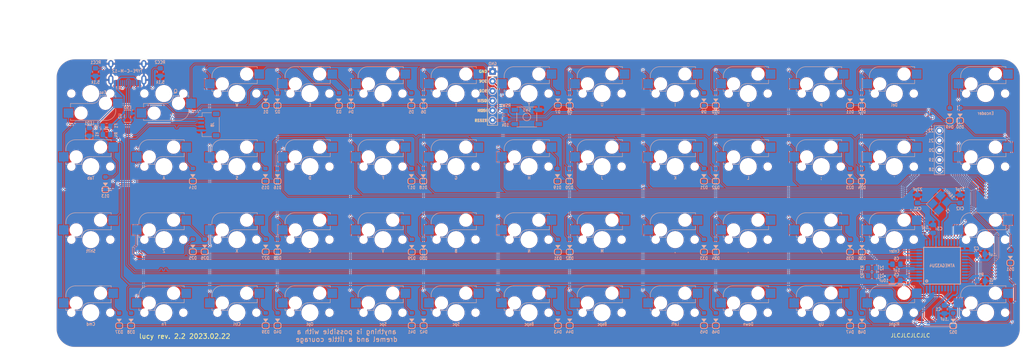
<source format=kicad_pcb>
(kicad_pcb (version 20221018) (generator pcbnew)
  (layers (0 "F.Cu" signal) (31 "B.Cu" signal) (34 "B.Paste" user) (35 "F.Paste" user) (36 "B.SilkS" user "B.Silkscreen") (37 "F.SilkS" user "F.Silkscreen") (38 "B.Mask" user) (39 "F.Mask" user) (44 "Edge.Cuts" user))
  (net 0 "")
  (net 1 "Net-(D1-Pad2)")
  (net 2 "Net-(D2-Pad2)")
  (net 3 "Net-(D3-Pad2)")
  (net 4 "Net-(D4-Pad2)")
  (net 5 "Net-(D5-Pad2)")
  (net 6 "Net-(D6-Pad2)")
  (net 7 "Net-(D7-Pad2)")
  (net 8 "Net-(D8-Pad2)")
  (net 9 "Net-(D9-Pad2)")
  (net 10 "Net-(D10-Pad2)")
  (net 11 "Net-(D11-Pad2)")
  (net 12 "Net-(D12-Pad2)")
  (net 13 "Net-(D13-Pad2)")
  (net 14 "Net-(D14-Pad2)")
  (net 15 "Net-(D15-Pad2)")
  (net 16 "Net-(D16-Pad2)")
  (net 17 "Net-(D17-Pad2)")
  (net 18 "Net-(D18-Pad2)")
  (net 19 "Net-(D19-Pad2)")
  (net 20 "Net-(D20-Pad2)")
  (net 21 "Net-(D21-Pad2)")
  (net 22 "Net-(D22-Pad2)")
  (net 23 "Net-(D23-Pad2)")
  (net 24 "Net-(D24-Pad2)")
  (net 25 "Net-(D25-Pad2)")
  (net 26 "Net-(D26-Pad2)")
  (net 27 "Net-(D27-Pad2)")
  (net 28 "Net-(D28-Pad2)")
  (net 29 "Net-(D29-Pad2)")
  (net 30 "Net-(D30-Pad2)")
  (net 31 "Net-(D31-Pad2)")
  (net 32 "Net-(D32-Pad2)")
  (net 33 "Net-(D33-Pad2)")
  (net 34 "Net-(D34-Pad2)")
  (net 35 "Net-(D35-Pad2)")
  (net 36 "Net-(D36-Pad2)")
  (net 37 "Net-(D37-Pad2)")
  (net 38 "Net-(D38-Pad2)")
  (net 39 "Net-(D39-Pad2)")
  (net 40 "Net-(D40-Pad2)")
  (net 41 "Net-(D41-Pad2)")
  (net 42 "Net-(D42-Pad2)")
  (net 43 "Net-(D43-Pad2)")
  (net 44 "Net-(D44-Pad2)")
  (net 45 "Net-(D45-Pad2)")
  (net 46 "Net-(D46-Pad2)")
  (net 47 "Net-(D47-Pad2)")
  (net 48 "Net-(D48-Pad2)")
  (net 49 "VCC")
  (net 50 "Net-(U1-UCap)")
  (net 51 "XTAL1")
  (net 52 "XTAL2")
  (net 53 "row1")
  (net 54 "row2")
  (net 55 "row3")
  (net 56 "D-")
  (net 57 "D+")
  (net 58 "col0")
  (net 59 "col3")
  (net 60 "col4")
  (net 61 "col5")
  (net 62 "col6")
  (net 63 "col7")
  (net 64 "col8")
  (net 65 "col9")
  (net 66 "col10")
  (net 67 "col11")
  (net 68 "Net-(J1-CC1)")
  (net 69 "VBUS")
  (net 71 "Net-(J1-CC2)")
  (net 72 "ISP_Reset")
  (net 73 "Net-(D52-Pad2)")
  (net 74 "col12")
  (net 75 "GND")
  (net 77 "DBUS-")
  (net 78 "DBUS+")
  (net 79 "Net-(J3-Pin_1)")
  (net 80 "Net-(J3-Pin_2)")
  (net 81 "Net-(D49-Pad2)")
  (net 82 "Net-(D50-Pad2)")
  (net 83 "Net-(D51-Pad2)")
  (net 84 "Net-(J3-Pin_3)")
  (net 85 "Net-(J3-Pin_4)")
  (net 86 "Net-(J3-Pin_5)")
  (net 87 "Net-(LED1-A)")
  (net 88 "Net-(U1-~{HWB{slash}PE2})")
  (net 93 "col2{slash}miso")
  (net 94 "row0{slash}mosi")
  (net 95 "col1{slash}sck")
  (footprint "MX_Only:MXOnly-1U-Hotswap" (layer "F.Cu") (at 124.990225 53.19395)
    (fp_text reference "K3")
    (fp_text value "KEYSW")
  )
  (footprint "MX_Only:MXOnly-1U-Hotswap" (layer "F.Cu") (at 201.190225 53.19395)
    (fp_text reference "K7")
    (fp_text value "KEYSW")
  )
  (footprint "MX_Only:MXOnly-1U-Hotswap" (layer "F.Cu") (at 182.140225 53.19395)
    (fp_text reference "K6")
    (fp_text value "KEYSW")
  )
  (footprint "MX_Only:MXOnly-1U-Hotswap" (layer "F.Cu") (at 163.090225 53.19395)
    (fp_text reference "K5")
    (fp_text value "KEYSW")
  )
  (footprint "MX_Only:MXOnly-1U-Hotswap" (layer "F.Cu") (at 86.890225 53.19395 180)
    (fp_text reference "K1")
    (fp_text value "KEYSW")
  )
  (footprint "MX_Only:MXOnly-1U-Hotswap" (layer "F.Cu") (at 220.240225 53.19395)
    (fp_text reference "K8")
    (fp_text value "KEYSW")
  )
  (footprint "MX_Only:MXOnly-1U-Hotswap" (layer "F.Cu") (at 239.290225 53.19395)
    (fp_text reference "K9")
    (fp_text value "KEYSW")
  )
  (footprint "MX_Only:MXOnly-1U-Hotswap" (layer "F.Cu") (at 86.890225 72.24395)
    (fp_text reference "K13")
    (fp_text value "KEYSW")
  )
  (footprint "MX_Only:MXOnly-1U-Hotswap" (layer "F.Cu") (at 105.940225 72.24395)
    (fp_text reference "K14")
    (fp_text value "KEYSW")
  )
  (footprint "MX_Only:MXOnly-1U-Hotswap" (layer "F.Cu") (at 144.045399 72.24395)
    (fp_text reference "K16")
    (fp_text value "KEYSW")
  )
  (footprint "MX_Only:MXOnly-1U-Hotswap" (layer "F.Cu") (at 277.390225 53.19395)
    (fp_text reference locked "K11")
    (fp_text value "KEYSW")
  )
  (footprint "MX_Only:MXOnly-1U-Hotswap" (layer "F.Cu") (at 163.090225 72.24395)
    (fp_text reference "K17")
    (fp_text value "KEYSW")
  )
  (footprint "MX_Only:MXOnly-1U-Hotswap" (layer "F.Cu") (at 182.140225 72.24395)
    (fp_text reference "K18")
    (fp_text value "KEYSW")
  )
  (footprint "MX_Only:MXOnly-1U-Hotswap" (layer "F.Cu") (at 201.190225 72.24395)
    (fp_text reference "K19")
    (fp_text value "KEYSW")
  )
  (footprint "MX_Only:MXOnly-1U-Hotswap" (layer "F.Cu") (at 105.940225 110.34395)
    (fp_text reference "K38")
    (fp_text value "KEYSW")
  )
  (footprint "MX_Only:MXOnly-1U-Hotswap" (layer "F.Cu") (at 124.990225 110.34395)
    (fp_text reference "K39")
    (fp_text value "KEYSW")
  )
  (footprint "MX_Only:MXOnly-1U-Hotswap" (layer "F.Cu") (at 144.040225 110.34395)
    (fp_text reference locked "K40")
    (fp_text value "KEYSW")
  )
  (footprint "MX_Only:MXOnly-1U-Hotswap" (layer "F.Cu") (at 163.090225 110.34395)
    (fp_text reference locked "K41")
    (fp_text value "KEYSW")
  )
  (footprint "MX_Only:MXOnly-1U-Hotswap" (layer "F.Cu") (at 182.140225 110.34395)
    (fp_text reference "K42")
    (fp_text value "KEYSW")
  )
  (footprint "MX_Only:MXOnly-1U-Hotswap" (layer "F.Cu") (at 220.240225 110.34395)
    (fp_text reference "K44")
    (fp_text value "KEYSW")
  )
  (footprint "MX_Only:MXOnly-1U-Hotswap" (layer "F.Cu") (at 239.290225 110.34395)
    (fp_text reference "K45")
    (fp_text value "KEYSW")
  )
  (footprint "MX_Only:MXOnly-1U-Hotswap" (layer "F.Cu") (at 258.340225 110.34395)
    (fp_text reference "K46")
    (fp_text value "KEYSW")
  )
  (footprint "MX_Only:MXOnly-1U-Hotswap" (layer "F.Cu") (at 277.390225 110.34395)
    (fp_text reference "K47")
    (fp_text value "KEYSW")
  )
  (footprint "MX_Only:MXOnly-1U-Hotswap" (layer "F.Cu") (at 201.190225 110.34395)
    (fp_text reference "K43")
    (fp_text value "KEYSW")
  )
  (footprint "MX_Only:MXOnly-1U-Hotswap" (layer "F.Cu") (at 277.390225 91.29395)
    (fp_text reference locked "K35")
    (fp_text value "KEYSW")
  )
  (footprint "MX_Only:MXOnly-1U-Hotswap" (layer "F.Cu") (at 258.340225 91.29395)
    (fp_text reference "K34")
    (fp_text value "KEYSW")
  )
  (footprint "MX_Only:MXOnly-1U-Hotswap" (layer "F.Cu") (at 220.240225 91.29395)
    (fp_text reference "K32")
    (fp_text value "KEYSW")
  )
  (footprint "MX_Only:MXOnly-1U-Hotswap" (layer "F.Cu") (at 182.140225 91.29395)
    (fp_text reference "K30")
    (fp_text value "KEYSW")
  )
  (footprint "MX_Only:MXOnly-1U-Hotswap" (layer "F.Cu") (at 144.040225 91.29395)
    (fp_text reference "K28")
    (fp_text value "KEYSW")
  )
  (footprint "MX_Only:MXOnly-1U-Hotswap" (layer "F.Cu") (at 86.890225 91.29395)
    (fp_text reference "K25")
    (fp_text value "KEYSW")
  )
  (footprint "MX_Only:MXOnly-1U-Hotswap" (layer "F.Cu") (at 163.090225 91.29395)
    (fp_text reference "K29")
    (fp_text value "KEYSW")
  )
  (footprint "MX_Only:MXOnly-1U-Hotswap" (layer "F.Cu") (at 296.440225 72.24395)
    (fp_text reference "K24")
    (fp_text value "KEYSW")
  )
  (footprint "MX_Only:MXOnly-1U-Hotswap" (layer "F.Cu") (at 124.990225 91.29395)
    (fp_text reference "K27")
    (fp_text value "KEYSW")
  )
  (footprint "MX_Only:MXOnly-1U-Hotswap" (layer "F.Cu") (at 105.940225 91.29395)
    (fp_text reference "K26")
    (fp_text value "KEYSW")
  )
  (footprint "MX_Only:MXOnly-1U-Hotswap" (layer "F.Cu") (at 258.340225 72.24395)
    (fp_text reference locked "K22")
    (fp_text value "KEYSW")
  )
  (footprint "MX_Only:MXOnly-1U-Hotswap" (layer "F.Cu") (at 239.290225 72.24395)
    (fp_text reference "K21")
    (fp_text value "KEYSW")
  )
  (footprint "MX_Only:MXOnly-1U-Hotswap" (layer "F.Cu") (at 277.390225 72.24395)
    (fp_text reference "K23")
    (fp_text value "KEYSW")
  )
  (footprint "MX_Only:MXOnly-1U-Hotswap" (layer "F.Cu") (at 296.440225 110.34395)
    (fp_text reference "K48")
    (fp_text value "KEYSW")
  )
  (footprint "MX_Only:MXOnly-1U-Hotswap" (layer "F.Cu") (at 296.440225 91.29395)
    (fp_text reference "K36")
    (fp_text value "KEYSW")
  )
  (footprint "MX_Only:MXOnly-1U-Hotswap" (layer "F.Cu") (at 296.440225 53.19395)
    (fp_text reference "K12")
    (fp_text value "KEYSW")
  )
  (footprint "MX_Only:MXOnly-1U-Hotswap" (layer "F.Cu") (at 105.940225 53.19395 180)
    (fp_text reference "K2")
    (fp_text value "KEYSW")
  )
  (footprint "MX_Only:MXOnly-1U-Hotswap" (layer "F.Cu") (at 144.040225 53.19395)
    (fp_text reference "K4")
    (fp_text value "KEYSW")
  )
  (footprint "MX_Only:MXOnly-1U-Hotswap" (layer "F.Cu") (at 320.252785 110.34423)
    (fp_text reference "K52")
    (fp_text value "KEYSW")
  )
  (footprint "MX_Only:MXOnly-1U-Hotswap" (layer "F.Cu") (at 320.252785 72.24407)
    (fp_text reference "K50")
    (fp_text value "KEYSW")
  )
  (footprint "MX_Only:MXOnly-1U-Hotswap" (layer "F.Cu") (at 320.252785 91.29415)
    (fp_text reference "K51")
    (fp_text value "KEYSW")
  )
  (footprint "MX_Only:MXOnly-1U-Hotswap" (layer "F.Cu") (at 201.190225 91.29395)
    (fp_text reference "K31")
    (fp_text value "KEYSW")
  )
  (footprint "MX_Only:MXOnly-1U-Hotswap" (layer "F.Cu") (at 239.290225 91.29395)
    (fp_text reference "K33")
    (fp_text value "KEYSW")
  )
  (footprint "MX_Only:MXOnly-1U-Hotswap" (layer "F.Cu") (at 86.890225 110.34395)
    (fp_text reference "K37")
    (fp_text value "KEYSW")
  )
  (footprint "MX_Only:MXOnly-1U-Hotswap" (layer "F.Cu") (at 258.340225 53.19395)
    (fp_text reference "K10")
    (fp_text value "KEYSW")
  )
  (footprint "MX_Only:MXOnly-1U-Hotswap" (layer "F.Cu") (at 124.990225 72.24395)
    (fp_text reference "K15")
    (fp_text value "KEYSW")
  )
  (footprint "MX_Only:MXOnly-1U-Hotswap" (layer "F.Cu") (at 220.240225 72.24395)
    (fp_text reference "K20")
    (fp_text value "KEYSW")
  )
  (footprint "MX_Only:MXOnly-1U-Hotswap" (layer "F.Cu") (at 320.252725 53.19395)
    (fp_text reference "K49")
    (fp_text value "KEYSW")
  )
  (footprint "Capacitor_SMD:C_0805_2012Metric_Pad1.18x1.45mm_HandSolder" (layer "B.Cu") (at 309.490225 109.49395 -90)
    (fp_text reference "C1")
    (fp_text value ".1uF")
  )
  (footprint "Keeb_footprints:D_SOD-123_modified" (layer "B.Cu") (at 116.590225 92.79395 90)
    (fp_text reference "D26")
    (fp_text value "D")
  )
  (footprint "Keeb_footprints:D_SOD-123_modified" (layer "B.Cu") (at 208.590225 74.39395 90)
    (fp_text reference "D19")
    (fp_text value "D")
  )
  (footprint "Keeb_footprints:D_SOD-123_modified" (layer "B.Cu") (at 170.490225 74.39395 90)
    (fp_text reference "D17")
    (fp_text value "D")
  )
  (footprint "Keeb_footprints:D_SOD-123_modified" (layer "B.Cu") (at 135.581415 74.39395 90)
    (fp_text reference "D16")
    (fp_text value "D")
  )
  (footprint "Keeb_footprints:D_SOD-123_modified" (layer "B.Cu") (at 113.490225 74.39395 90)
    (fp_text reference "D14")
    (fp_text value "D")
  )
  (footprint "Keeb_footprints:D_SOD-123_modified" (layer "B.Cu") (at 284.890625 54.65625 90)
    (fp_text reference "D11")
    (fp_text value "D")
  )
  (footprint "Keeb_footprints:D_SOD-123_modified" (layer "B.Cu") (at 249.881415 54.65625 90)
    (fp_text reference "D10")
    (fp_text value "D")
  )
  (footprint "Keeb_footprints:D_SOD-123_modified" (layer "B.Cu") (at 211.781415 54.65625 90)
    (fp_text reference "D8")
    (fp_text value "D")
  )
  (footprint "Keeb_footprints:D_SOD-123_modified" (layer "B.Cu") (at 208.681415 54.65625 90)
    (fp_text reference "D7")
    (fp_text value "D")
  )
  (footprint "Keeb_footprints:D_SOD-123_modified" (layer "B.Cu") (at 173.651789 54.683377 90)
    (fp_text reference "D6")
    (fp_text value "D")
  )
  (footprint "Keeb_footprints:D_SOD-123_modified" (layer "B.Cu") (at 170.476789 54.683377 90)
    (fp_text reference "D5")
    (fp_text value "D")
  )
  (footprint "Keeb_footprints:D_SOD-123_modified" (layer "B.Cu") (at 154.751789 54.65625 90)
    (fp_text reference "D4")
    (fp_text value "D")
  )
  (footprint "Keeb_footprints:D_SOD-123_modified" (layer "B.Cu") (at 287.990625 112.1 90)
    (fp_text reference "D48")
    (fp_text value "D")
  )
  (footprint "Keeb_footprints:D_SOD-123_modified" (layer "B.Cu") (at 284.890625 112.1 90)
    (fp_text reference "D47")
    (fp_text value "D")
  )
  (footprint "Keeb_footprints:D_SOD-123_modified" (layer "B.Cu") (at 249.890625 112.063123 90)
    (fp_text reference "D46")
    (fp_text value "D")
  )
  (footprint "Keeb_footprints:D_SOD-123_modified" (layer "B.Cu") (at 246.790625 112.05625 90)
    (fp_text reference "D45")
    (fp_text value "D")
  )
  (footprint "Keeb_footprints:D_SOD-123_modified" (layer "B.Cu") (at 211.783999 112.05625 90)
    (fp_text reference "D44")
    (fp_text value "D")
  )
  (footprint "Keeb_footprints:D_SOD-123_modified" (layer "B.Cu") (at 208.7 112.05625 90)
    (fp_text reference "D43")
    (fp_text value "D")
  )
  (footprint "Keeb_footprints:D_SOD-123_modified" (layer "B.Cu") (at 211.790625 92.85625 90)
    (fp_text reference "D32")
    (fp_text value "D")
  )
  (footprint "Keeb_footprints:D_SOD-123_modified" (layer "B.Cu") (at 284.890625 74.39395 90)
    (fp_text reference "D23")
    (fp_text value "D")
  )
  (footprint "Keeb_footprints:D_SOD-123_modified" (layer "B.Cu") (at 208.690625 92.85625 90)
    (fp_text reference "D31")
    (fp_text value "D")
  )
  (footprint "Keeb_footprints:D_SOD-123_modified" (layer "B.Cu") (at 170.585999 92.85625 90)
    (fp_text reference "D29")
    (fp_text value "D")
  )
  (footprint "Keeb_footprints:D_SOD-123_modified" (layer "B.Cu") (at 132.490225 92.79395 90)
    (fp_text reference "D27")
    (fp_text value "D")
  )
  (footprint "Keeb_footprints:D_SOD-123_modified" (layer "B.Cu") (at 287.990625 74.39395 90)
    (fp_text reference "D24")
    (fp_text value "D")
  )
  (footprint "Keeb_footprints:D_SOD-123_modified" (layer "B.Cu") (at 284.890625 92.85625 90)
    (fp_text reference "D35")
    (fp_text value "D")
  )
  (footprint "Keeb_footprints:D_SOD-123_modified" (layer "B.Cu") (at 249.890625 92.85625 90)
    (fp_text reference "D34")
    (fp_text value "D")
  )
  (footprint "Keeb_footprints:D_SOD-123_modified" (layer "B.Cu") (at 246.790625 92.85625 90)
    (fp_text reference "D33")
    (fp_text value "D")
  )
  (footprint "Keeb_footprints:D_SOD-123_modified" (layer "B.Cu") (at 173.690625 112.05625 90)
    (fp_text reference "D42")
    (fp_text value "D")
  )
  (footprint "Keeb_footprints:D_SOD-123_modified" (layer "B.Cu") (at 151.576789 54.65625 90)
    (fp_text reference "D3")
    (fp_text value "D")
  )
  (footprint "Keeb_footprints:D_SOD-123_modified" (layer "B.Cu") (at 211.690225 74.39395 90)
    (fp_text reference "D20")
    (fp_text value "D")
  )
  (footprint "Keeb_footprints:ICSP-Header_small_pins" (layer "B.Cu") (at 191.665313 47.44395 180)
    (fp_text reference "J2" hide)
    (fp_text value "AVR-ISP-6_mod")
  )
  (footprint "Keeb_footprints:D_SOD-123_modified" (layer "B.Cu") (at 287.990625 54.65625 90)
    (fp_text reference "D12")
    (fp_text value "D")
  )
  (footprint "Keeb_footprints:D_SOD-123_modified" (layer "B.Cu") (at 311.790625 112.1 90)
    (fp_text reference "D52")
    (fp_text value "D")
  )
  (footprint "Keeb_footprints:D_SOD-123_modified" (layer "B.Cu") (at 313.590225 58.59395 90)
    (fp_text reference "D50")
    (fp_text value "D")
  )
  (footprint "Keeb_footprints:D_SOD-123_modified" (layer "B.Cu") (at 326.690225 95.69395 90)
    (fp_text reference "D51")
    (fp_text value "D")
  )
  (footprint "random-keyboard-parts:SKQG-1155865" (layer "B.Cu") (at 200.590225 59.29395)
    (fp_text reference "SW1")
    (fp_text value "SW_PUSH")
  )
  (footprint "Keebio-Parts:ATMEGA32U4-AU" (layer "B.Cu") (at 308.890225 98.09395)
    (fp_text reference "U1")
    (fp_text value "ATMEGA32U4")
  )
  (footprint "Capacitor_SMD:C_0805_2012Metric_Pad1.18x1.45mm_HandSolder" (layer "B.Cu") (at 306.590225 88.49395 90)
    (fp_text reference "C3")
    (fp_text value ".1uF")
  )
  (footprint "Capacitor_SMD:C_0805_2012Metric_Pad1.18x1.45mm_HandSolder" (layer "B.Cu") (at 313.590225 80.69395 90)
    (fp_text reference "CX2")
    (fp_text value "22pF")
  )
  (footprint "Capacitor_SMD:C_0805_2012Metric_Pad1.18x1.45mm_HandSolder" (layer "B.Cu") (at 302.490225 80.69395 90)
    (fp_text reference "CX1")
    (fp_text value "22pF")
  )
  (footprint "Crystal:Crystal_SMD_3225-4Pin_3.2x2.5mm_HandSoldering" (layer "B.Cu") (at 308.290225 81.69395 45)
    (fp_text reference "Y1")
    (fp_text value "16MHz")
  )
  (footprint "Fuse:Fuse_0805_2012Metric_Pad1.15x1.40mm_HandSolder" (layer "B.Cu") (at 91 61.7)
    (fp_text reference "F1")
    (fp_text value ".5A")
  )
  (footprint "Keeb_footprints:TYPE-C-31-M-12" (layer "B.Cu") (at 96.415217 51.1225)
    (fp_text reference "J1")
    (fp_text value "TYPE-C-31-M12_13")
  )
  (footprint "Keeb_footprints:R_0805_2012Metric_Pad1.20x1.40mm_HandSolder" (layer "B.Cu") (at 290.6 98.7 180)
    (fp_text reference "R3")
    (fp_text value "22")
  )
  (footprint "Keeb_footprints:R_0805_2012Metric_Pad1.20x1.40mm_HandSolder" (layer "B.Cu") (at 88.1 47.6 90)
    (fp_text reference "RCC1")
    (fp_text value "5.1k")
  )
  (footprint "Keeb_footprints:R_0805_2012Metric_Pad1.20x1.40mm_HandSolder" (layer "B.Cu") (at 91 63.9 180)
    (fp_text reference "R4")
    (fp_text value "1k")
  )
  (footprint "LED_SMD:LED_0805_2012Metric_Pad1.15x1.40mm_HandSolder" (layer "B.Cu") (at 86.5 63.2 90)
    (fp_text reference "LED1")
    (fp_text value "LED")
  )
  (footprint "Keeb_footprints:D_SOD-123_modified" (layer "B.Cu") (at 135.590625 112.05625 90)
    (fp_text reference "D40")
    (fp_text value "D")
  )
  (footprint "Keeb_footprints:D_SOD-123_modified" (layer "B.Cu") (at 132.490625 112.063123 90)
    (fp_text reference "D39")
    (fp_text value "D")
  )
  (footprint "Capacitor_SMD:C_0805_2012Metric_Pad1.18x1.45mm_HandSolder" (layer "B.Cu") (at 318.990225 95.09395)
    (fp_text reference "C2")
    (fp_text value ".1uF")
  )
  (footprint "Keeb_footprints:R_0805_2012Metric_Pad1.20x1.40mm_HandSolder" (layer "B.Cu") (at 290.6 100.7 180)
    (fp_text reference "R2")
    (fp_text value "22")
  )
  (footprint "Capacitor_SMD:C_0805_2012Metric_Pad1.18x1.45mm_HandSolder" (layer "B.Cu") (at 296.990225 101.89395 180)
    (fp_text reference "C5")
    (fp_text value "10uF")
  )
  (footprint "Capacitor_SMD:C_0805_2012Metric_Pad1.18x1.45mm_HandSolder" (layer "B.Cu") (at 296.990225 97.69395 180)
    (fp_text reference "C6")
    (fp_text value "1uF")
  )
  (footprint "Keeb_footprints:R_0805_2012Metric_Pad1.20x1.40mm_HandSolder" (layer "B.Cu") (at 319.090225 102.09395 180)
    (fp_text reference "R1")
    (fp_text value "10k")
  )
  (footprint "Keeb_footprints:D_SOD-123_modified" (layer "B.Cu") (at 90.7 76.6 90)
    (fp_text reference "D13")
    (fp_text value "D")
  )
  (footprint "Keeb_footprints:D_SOD-123_modified" (layer "B.Cu") (at 94.290225 112.09395 90)
    (fp_text reference "D37")
    (fp_text value "D")
  )
  (footprint "Keeb_footprints:D_SOD-123_modified" (layer "B.Cu") (at 97.390225 112.09395 90)
    (fp_text reference "D38")
    (fp_text value "D")
  )
  (footprint "Keeb_footprints:D_SOD-123_modified" (layer "B.Cu") (at 170.590625 112.05625 90)
    (fp_text reference "D41")
    (fp_text value "D")
  )
  (footprint "Keeb_footprints:D_SOD-123_modified" (layer "B.Cu") (at 135.590225 92.79395 90)
    (fp_text reference "D28")
    (fp_text value "D")
  )
  (footprint "Keeb_footprints:D_SOD-123_modified" (layer "B.Cu") (at 173.65 92.85625 90)
    (fp_text reference "D30")
    (fp_text value "D")
  )
  (footprint "Keeb_footprints:D_SOD-123_modified" (layer "B.Cu") (at 287.990625 92.85625 90)
    (fp_text reference "D36")
    (fp_text value "D")
  )
  (footprint "Keeb_footprints:D_SOD-123_modified" (layer "B.Cu") (at 113.490225 92.79395 90)
    (fp_text reference "D25")
    (fp_text value "D")
  )
  (footprint "Keeb_footprints:D_SOD-123_modified" (layer "B.Cu") (at 135.581415 54.65625 90)
    (fp_text reference "D2")
    (fp_text value "D")
  )
  (footprint "Keeb_footprints:D_SOD-123_modified" (layer "B.Cu") (at 310.890225 58.59395 90)
    (fp_text reference "D49")
    (fp_text value "D")
  )
  (footprint "Keeb_footprints:D_SOD-123_modified" (layer "B.Cu") (at 246.781415 54.65625 90)
    (fp_text reference "D9")
    (fp_text value "D")
  )
  (footprint "Keeb_footprints:D_SOD-123_modified" (layer "B.Cu") (at 132.490625 54.64995 90)
    (fp_text reference "D1")
    (fp_text value "D")
  )
  (footprint "Keeb_footprints:R_0805_2012Metric_Pad1.20x1.40mm_HandSolder" (layer "B.Cu") (at 194.990225 58.79395 90)
    (fp_text reference "RSW1")
    (fp_text value "10k")
  )
  (footprint "Keeb_footprints:D_SOD-123_modified" (layer "B.Cu") (at 249.881415 74.39395 90)
    (fp_text reference "D22")
    (fp_text value "D")
  )
  (footprint "Keeb_footprints:D_SOD-123_modified" (layer "B.Cu") (at 246.781415 74.39395 90)
    (fp_text reference "D21")
    (fp_text value "D")
  )
  (footprint "Keeb_footprints:D_SOD-123_modified" (layer "B.Cu") (at 173.590225 74.39395 90)
    (fp_text reference "D18")
    (fp_text value "D")
  )
  (footprint "Keeb_footprints:D_SOD-123_modified" (layer "B.Cu") (at 132.431415 74.39395 90)
    (fp_text reference "D15")
    (fp_text value "D")
  )
  (footprint "Keeb_footprints:R_0805_2012Metric_Pad1.20x1.40mm_HandSolder" (layer "B.Cu") (at 105 47.6 90)
    (fp_text reference "RCC2")
    (fp_text value "5.1k")
  )
  (footprint "Keebio-Parts:SOT-143B" (layer "B.Cu") (at 96.490625 59.1 -90)
    (fp_text reference "U2")
    (fp_text value "PRTR5V0U2X" hide)
  )
  (footprint "Connector_PinHeader_2.54mm:PinHeader_1x05_P2.54mm_Vertical" (layer "B.Cu") (at 308.2 62.88 180)
    (fp_text reference "J3")
    (fp_text value "Conn_01x05_Female")
  )
  (footprint "Connector_JST:JST_SH_SM04B-SRSS-TB_1x04-1MP_P1.00mm_Horizontal" (layer "B.Cu") (at 117.7 61.3 -90)
    (fp_text reference "J8")
    (fp_text value "4PIN")
  )
  (gr_arc (start 324.420112 44.264255) (mid 327.787711 45.65916) (end 329.182616 49.026759) (stroke (width 0.05)) (layer "Edge.Cuts"))
  (gr_arc (start 329.182616 114.511189) (mid 327.787711 117.878788) (end 324.420112 119.273693) (stroke (width 0.05)) (layer "Edge.Cuts"))
  (gr_arc (start 77.96053 49.026759) (mid 79.355435 45.65916) (end 82.723034 44.264255) (stroke (width 0.05)) (layer "Edge.Cuts"))
  (gr_line (start 329.182616 49.026759) (end 329.182616 114.511189) (stroke (width 0.05)) (layer "Edge.Cuts"))
  (gr_arc (start 82.723034 119.273693) (mid 79.355435 117.878788) (end 77.96053 114.511189) (stroke (width 0.05)) (layer "Edge.Cuts"))
  (gr_line (start 82.723034 119.273693) (end 324.420112 119.273693) (stroke (width 0.05)) (layer "Edge.Cuts"))
  (gr_line (start 324.420112 44.264255) (end 82.723034 44.264255) (stroke (width 0.05)) (layer "Edge.Cuts"))
  (gr_line (start 77.96053 114.511189) (end 77.96053 49.026759) (stroke (width 0.05)) (layer "Edge.Cuts"))
  (gr_text "16MHz" (at 310.740225 79.24395 315) (layer "B.SilkS") (effects (font (size 0.8 0.7)) (justify mirror)))
  (gr_text "Encoder" (at 320.27947 58.34087) (layer "B.SilkS") (effects (font (size 0.8 0.7)) (justify mirror)))
  (gr_text "B" (at 182.140313 94.270555) (layer "B.SilkS") (effects (font (size 0.8 0.7)) (justify mirror)))
  (gr_text "M" (at 220.240345 94.270555) (layer "B.SilkS") (effects (font (size 0.8 0.7)) (justify mirror)))
  (gr_text "R" (at 163.090297 56.170523) (layer "B.SilkS") (effects (font (size 0.8 0.7)) (justify mirror)))
  (gr_text "V" (at 163.090297 94.270555) (layer "B.SilkS") (effects (font (size 0.8 0.7)) (justify mirror)))
  (gr_text "anything is possible with a\ndremel and a little courage" (at 153.590225 116.29395) (layer "B.SilkS") (effects (font (size 1.25 1.25) (thickness 0.2)) (justify mirror)))
  (gr_text "F" (at 163.090297 75.220539) (layer "B.SilkS") (effects (font (size 0.8 0.7)) (justify mirror)))
  (gr_text "N" (at 201.190329 94.270555) (layer "B.SilkS") (effects (font (size 0.8 0.7)) (justify mirror)))
  (gr_text "D" (at 144.040281 75.220539) (layer "B.SilkS") (effects (font (size 0.8 0.7)) (justify mirror)))
  (gr_text "O" (at 258.340377 56.170523) (layer "B.SilkS") (effects (font (size 0.8 0.7)) (justify mirror)))
  (gr_text "Shift" (at 86.890233 94.270555) (layer "B.SilkS") (effects (font (size 0.8 0.7)) (justify mirror)))
  (gr_text "Down" (at 258.340377 113.320571) (layer "B.SilkS") (effects (font (size 0.8 0.7)) (justify mirror)))
  (gr_text "J" (at 220.240345 75.220539) (layer "B.SilkS") (effects (font (size 0.8 0.7)) (justify mirror)))
  (gr_text "Right" (at 296.440409 113.320571) (layer "B.SilkS") (effects (font (size 0.8 0.7)) (justify mirror)))
  (gr_text "I" (at 239.290361 56.170523) (layer "B.SilkS") (effects (font (size 0.8 0.7)) (justify mirror)))
  (gr_text "G" (at 182.140313 75.220539) (layer "B.SilkS") (effects (font (size 0.8 0.7)) (justify mirror)))
  (gr_text ";" (at 277.390393 75.220539) (layer "B.SilkS") (effects (font (size 0.8 0.7)) (justify mirror)))
  (gr_text "E" (at 144.040281 56.170523) (layer "B.SilkS") (effects (font (size 0.8 0.7)) (justify mirror)))
  (gr_text "S" (at 124.990265 75.220539) (layer "B.SilkS") (effects (font (size 0.8 0.7)) (justify mirror)))
  (gr_text "U" (at 220.213553 56.112152) (layer "B.SilkS") (effects (font (size 0.8 0.7)) (justify mirror)))
  (gr_text "." (at 258.340377 94.270555) (layer "B.SilkS") (effects (font (size 0.8 0.7)) (justify mirror)))
  (gr_text "'" (at 296.440409 75.220539) (layer "B.SilkS") (effects (font (size 0.8 0.7)) (justify mirror)))
  (gr_text "Bspc" (at 201.190329 113.320571) (layer "B.SilkS") (effects (font (size 0.8 0.7)) (justify mirror)))
  (gr_text "/" (at 277.390393 94.270555) (layer "B.SilkS") (effects (font (size 0.8 0.7)) (justify mirror)))
  (gr_text "H" (at 201.190329 75.220539) (layer "B.SilkS") (effects (font (size 0.8 0.7)) (justify mirror)))
  (gr_text "Del" (at 296.440409 56.170523) (layer "B.SilkS") (effects (font (size 0.8 0.7)) (justify mirror)))
  (gr_text "A" (at 105.940249 75.220539) (layer "B.SilkS") (effects (font (size 0.8 0.7)) (justify mirror)))
  (gr_text "Cmd" (at 86.890233 113.320571) (layer "B.SilkS") (effects (font (size 0.8 0.7)) (justify mirror)))
  (gr_text "Spc" (at 163.090297 113.320571) (layer "B.SilkS") (effects (font (size 0.8 0.7)) (justify mirror)))
  (gr_text "Spc" (at 182.140313 113.320571) (layer "B.SilkS") (effects (font (size 0.8 0.7)) (justify mirror)))
  (gr_text "C" (at 144.040281 94.270555) (layer "B.SilkS") (effects (font (size 0.8 0.7)) (justify mirror)))
  (gr_text "Z" (at 105.940249 94.270555) (layer "B.SilkS") (effects (font (size 0.8 0.7)) (justify mirror)))
  (gr_text "P" (at 277.390393 56.306269) (layer "B.SilkS") (effects (font (size 0.8 0.7)) (justify mirror)))
  (gr_text "Opt" (at 144.040281 113.320571) (layer "B.SilkS") (effects (font (size 0.8 0.7)) (justify mirror)))
  (gr_text "L" (at 258.340377 75.220539) (layer "B.SilkS") (effects (font (size 0.8 0.7)) (justify mirror)))
  (gr_text "Fn" (at 105.940249 113.320571) (layer "B.SilkS") (effects (font (size 0.8 0.7)) (justify mirror)))
  (gr_text "W" (at 124.990265 56.170523) (layer "B.SilkS") (effects (font (size 0.8 0.7)) (justify mirror)))
  (gr_text "Ctrl" (at 124.990265 113.320571) (layer "B.SilkS") (effects (font (size 0.8 0.7)) (justify mirror)))
  (gr_text "T" (at 182.140313 56.170523) (layer "B.SilkS") (effects (font (size 0.8 0.7)) (justify mirror)))
  (gr_text "," (at 239.290361 94.270555) (layer "B.SilkS") (effects (font (size 0.8 0.7)) (justify mirror)))
  (gr_text "Up" (at 277.390393 113.320571) (layer "B.SilkS") (effects (font (size 0.8 0.7)) (justify mirror)))
  (gr_text "Esc" (at 90 52.9) (layer "B.SilkS") (effects (font (size 0.8 0.7)) (justify mirror)))
  (gr_text "Bspc" (at 220.240345 113.320571) (layer "B.SilkS") (effects (font (size 0.8 0.7)) (justify mirror)))
  (gr_text "Enter" (at 296.440409 94.270555) (layer "B.SilkS") (effects (font (size 0.8 0.7)) (justify mirror)))
  (gr_text "Q" (at 109 52.6) (layer "B.SilkS") (effects (font (size 1 1)) (justify mirror)))
  (gr_text "Tab" (at 86.890233 75.220539) (layer "B.SilkS") (effects (font (size 0.8 0.7)) (justify mirror)))
  (gr_text "Left" (at 239.290361 113.320571) (layer "B.SilkS") (effects (font (size 0.8 0.7)) (justify mirror)))
  (gr_text "K" (at 239.290361 75.220539) (layer "B.SilkS") (effects (font (size 0.8 0.7)) (justify mirror)))
  (gr_text "Y" (at 201.190329 55.96895) (layer "B.SilkS") (effects (font (size 1 1)) (justify mirror)))
  (gr_text "X" (at 124.990265 94.270555) (layer "B.SilkS") (effects (font (size 0.8 0.7)) (justify mirror)))
  (gr_text "JLCJLCJLCJLC" (at 300.632625 116.284314) (layer "F.SilkS") (effects (font (size 1 1))))
  (gr_text "lucy rev. 2.2 2023.02.22" (at 111.38288 116.5) (layer "F.SilkS") (effects (font (size 1.25 1.25) (thickness 0.2))))
  (segment (start 88.5 61.2) (end 93.7 56) (width 0.25) (layer "F.Cu") (net 1))
  (segment (start 105.4 56) (end 108.2 58.8) (width 0.25) (layer "F.Cu") (net 1))
  (segment (start 93.7 56) (end 105.4 56) (width 0.25) (layer "F.Cu") (net 1))
  (segment (start 81 61.2) (end 88.5 61.2) (width 0.25) (layer "F.Cu") (net 1))
  (via (at 108.2 58.8) (size 0.65) (drill 0.35) (layers "F.Cu" "B.Cu") (net 1))
  (via (at 81 61.2) (size 0.65) (drill 0.35) (layers "F.Cu" "B.Cu") (net 1))
  (segment (start 132.490625 54.109375) (end 129.95 56.65) (width 0.25) (layer "B.Cu") (net 1))
  (segment (start 113.8 58.8) (end 108.2 58.8) (width 0.25) (layer "B.Cu") (net 1))
  (segment (start 132.490625 52.99995) (end 132.490625 54.109375) (width 0.25) (layer "B.Cu") (net 1))
  (segment (start 129.95 56.65) (end 115.95 56.65) (width 0.25) (layer "B.Cu") (net 1))
  (segment (start 115.95 56.65) (end 113.8 58.8) (width 0.25) (layer "B.Cu") (net 1))
  (segment (start 81.048225 61.151775) (end 81.048225 58.27395) (width 0.25) (layer "B.Cu") (net 1))
  (segment (start 81 61.2) (end 81.048225 61.151775) (width 0.25) (layer "B.Cu") (net 1))
  (segment (start 106.6 56) (end 109.02048 58.42048) (width 0.25) (layer "B.Cu") (net 2))
  (segment (start 128.05 55.55) (end 128.05 52.65) (width 0.25) (layer "B.Cu") (net 2))
  (segment (start 115.792798 56.27048) (end 127.32952 56.27048) (width 0.25) (layer "B.Cu") (net 2))
  (segment (start 113.642798 58.42048) (end 115.792798 56.27048) (width 0.25) (layer "B.Cu") (net 2))
  (segment (start 102.372175 56) (end 106.6 56) (width 0.25) (layer "B.Cu") (net 2))
  (segment (start 133.875165 51.3) (end 135.581415 53.00625) (width 0.25) (layer "B.Cu") (net 2))
  (segment (start 109.02048 58.42048) (end 113.642798 58.42048) (width 0.25) (layer "B.Cu") (net 2))
  (segment (start 129.4 51.3) (end 133.875165 51.3) (width 0.25) (layer "B.Cu") (net 2))
  (segment (start 127.32952 56.27048) (end 128.05 55.55) (width 0.25) (layer "B.Cu") (net 2))
  (segment (start 100.098225 58.27395) (end 102.372175 56) (width 0.25) (layer "B.Cu") (net 2))
  (segment (start 128.05 52.65) (end 129.4 51.3) (width 0.25) (layer "B.Cu") (net 2))
  (segment (start 140.83577 46.23577) (end 145.4 50.8) (width 0.25) (layer "B.Cu") (net 3))
  (segment (start 130.832225 48.11395) (end 132.710405 46.23577) (width 0.25) (layer "B.Cu") (net 3))
  (segment (start 132.710405 46.23577) (end 140.83577 46.23577) (width 0.25) (layer "B.Cu") (net 3))
  (segment (start 145.4 50.8) (end 149.370539 50.8) (width 0.25) (layer "B.Cu") (net 3))
  (segment (start 149.370539 50.8) (end 151.576789 53.00625) (width 0.25) (layer "B.Cu") (net 3))
  (segment (start 154.751789 52.983514) (end 149.882225 48.11395) (width 0.25) (layer "B.Cu") (net 4))
  (segment (start 154.751789 53.00625) (end 154.751789 52.983514) (width 0.25) (layer "B.Cu") (net 4))
  (segment (start 168.932225 51.488813) (end 168.932225 48.11395) (width 0.25) (layer "B.Cu") (net 5))
  (segment (start 170.476789 53.033377) (end 168.932225 51.488813) (width 0.25) (layer "B.Cu") (net 5))
  (segment (start 172.86423 46.23577) (end 172.3 46.8) (width 0.25) (layer "B.Cu") (net 6))
  (segment (start 186.104045 46.23577) (end 172.86423 46.23577) (width 0.25) (layer "B.Cu") (net 6))
  (segment (start 172.3 46.8) (end 172.3 51.681588) (width 0.25) (layer "B.Cu") (net 6))
  (segment (start 187.982225 48.11395) (end 186.104045 46.23577) (width 0.25) (layer "B.Cu") (net 6))
  (segment (start 172.3 51.681588) (end 173.651789 53.033377) (width 0.25) (layer "B.Cu") (net 6))
  (segment (start 207.032225 48.11395) (end 207.032225 51.35706) (width 0.25) (layer "B.Cu") (net 7))
  (segment (start 207.032225 51.35706) (end 208.681415 53.00625) (width 0.25) (layer "B.Cu") (net 7))
  (segment (start 226.082225 48.11395) (end 224.207704 46.239429) (width 0.25) (layer "B.Cu") (net 8))
  (segment (start 224.207704 46.239429) (end 211.544746 46.239429) (width 0.25) (layer "B.Cu") (net 8))
  (segment (start 211.544746 46.239429) (end 210.8 46.984175) (width 0.25) (layer "B.Cu") (net 8))
  (segment (start 210.8 52.024835) (end 211.781415 53.00625) (width 0.25) (layer "B.Cu") (net 8))
  (segment (start 210.8 46.984175) (end 210.8 52.024835) (width 0.25) (layer "B.Cu") (net 8))
  (segment (start 245.132225 51.35706) (end 246.781415 53.00625) (width 0.25) (layer "B.Cu") (net 9))
  (segment (start 245.132225 48.11395) (end 245.132225 51.35706) (width 0.25) (layer "B.Cu") (net 9))
  (segment (start 248.8 47.203725) (end 248.8 51.924835) (width 0.25) (layer "B.Cu") (net 10))
  (segment (start 248.8 51.924835) (end 249.881415 53.00625) (width 0.25) (layer "B.Cu") (net 10))
  (segment (start 262.307704 46.239429) (end 249.764296 46.239429) (width 0.25) (layer "B.Cu") (net 10))
  (segment (start 249.764296 46.239429) (end 248.8 47.203725) (width 0.25) (layer "B.Cu") (net 10))
  (segment (start 264.182225 48.11395) (end 262.307704 46.239429) (width 0.25) (layer "B.Cu") (net 10))
  (segment (start 284.890625 53.00625) (end 283.232225 51.34785) (width 0.25) (layer "B.Cu") (net 11))
  (segment (start 283.232225 51.34785) (end 283.232225 48.11395) (width 0.25) (layer "B.Cu") (net 11))
  (segment (start 302.282225 48.11395) (end 300.407704 46.239429) (width 0.25) (layer "B.Cu") (net 12))
  (segment (start 286.890625 51.90625) (end 287.990625 53.00625) (width 0.25) (layer "B.Cu") (net 12))
  (segment (start 300.407704 46.239429) (end 287.707446 46.239429) (width 0.25) (layer "B.Cu") (net 12))
  (segment (start 287.707446 46.239429) (end 286.890625 47.05625) (width 0.25) (layer "B.Cu") (net 12))
  (segment (start 286.890625 47.05625) (end 286.890625 51.90625) (width 0.25) (layer "B.Cu") (net 12))
  (segment (start 93.8 71.1) (end 92.732225 70.032225) (width 0.25) (layer "B.Cu") (net 13))
  (segment (start 90.7 74.95) (end 92.75 74.95) (width 0.25) (layer "B.Cu") (net 13))
  (segment (start 92.75 74.95) (end 93.8 73.9) (width 0.25) (layer "B.Cu") (net 13))
  (segment (start 92.732225 70.032225) (end 92.732225 67.16395) (width 0.25) (layer "B.Cu") (net 13))
  (segment (start 93.8 73.9) (end 93.8 71.1) (width 0.25) (layer "B.Cu") (net 13))
  (segment (start 111.782225 71.03595) (end 113.490225 72.74395) (width 0.25) (layer "B.Cu") (net 14))
  (segment (start 111.782225 67.16395) (end 111.782225 71.03595) (width 0.25) (layer "B.Cu") (net 14))
  (segment (start 130.832225 71.14476) (end 130.832225 67.16395) (width 0.25) (layer "B.Cu") (net 15))
  (segment (start 132.431415 72.74395) (end 130.832225 71.14476) (width 0.25) (layer "B.Cu") (net 15))
  (segment (start 134.890225 65.875197) (end 134.890225 72.05276) (width 0.25) (layer "B.Cu") (net 16))
  (segment (start 134.890225 72.05276) (end 135.581415 72.74395) (width 0.25) (layer "B.Cu") (net 16))
  (segment (start 149.887399 67.16395) (end 147.417399 64.69395) (width 0.25) (layer "B.Cu") (net 16))
  (segment (start 147.417399 64.69395) (end 136.071473 64.69395) (width 0.25) (layer "B.Cu") (net 16))
  (segment (start 136.071473 64.69395) (end 134.890225 65.875197) (width 0.25) (layer "B.Cu") (net 16))
  (segment (start 170.490225 72.74395) (end 168.932225 71.18595) (width 0.25) (layer "B.Cu") (net 17))
  (segment (start 168.932225 71.18595) (end 168.932225 67.16395) (width 0.25) (layer "B.Cu") (net 17))
  (segment (start 185.291745 64.47347) (end 172.547427 64.47347) (width 0.25) (layer "B.Cu") (net 18))
  (segment (start 187.982225 67.16395) (end 185.291745 64.47347) (width 0.25) (layer "B.Cu") (net 18))
  (segment (start 172.069745 71.22347) (end 173.590225 72.74395) (width 0.25) (layer "B.Cu") (net 18))
  (segment (start 172.547427 64.47347) (end 172.069745 64.951152) (width 0.25) (layer "B.Cu") (net 18))
  (segment (start 172.069745 64.951152) (end 172.069745 71.22347) (width 0.25) (layer "B.Cu") (net 18))
  (segment (start 207.032225 68.43595) (end 208.590225 69.99395) (width 0.25) (layer "B.Cu") (net 19))
  (segment (start 207.032225 67.16395) (end 207.032225 68.43595) (width 0.25) (layer "B.Cu") (net 19))
  (segment (start 208.590225 69.99395) (end 208.590225 72.74395) (width 0.25) (layer "B.Cu") (net 19))
  (segment (start 210.469745 65.054718) (end 210.469745 71.52347) (width 0.25) (layer "B.Cu") (net 20))
  (segment (start 211.050993 64.47347) (end 210.469745 65.054718) (width 0.25) (layer "B.Cu") (net 20))
  (segment (start 223.391745 64.47347) (end 211.050993 64.47347) (width 0.25) (layer "B.Cu") (net 20))
  (segment (start 210.469745 71.52347) (end 211.690225 72.74395) (width 0.25) (layer "B.Cu") (net 20))
  (segment (start 226.082225 67.16395) (end 223.391745 64.47347) (width 0.25) (layer "B.Cu") (net 20))
  (segment (start 245.132225 71.09476) (end 245.132225 67.16395) (width 0.25) (layer "B.Cu") (net 21))
  (segment (start 246.781415 72.74395) (end 245.132225 71.09476) (width 0.25) (layer "B.Cu") (net 21))
  (segment (start 249.147427 64.47347) (end 248.469745 65.151152) (width 0.25) (layer "B.Cu") (net 22))
  (segment (start 248.469745 71.33228) (end 249.881415 72.74395) (width 0.25) (layer "B.Cu") (net 22))
  (segment (start 264.182225 67.16395) (end 261.491745 64.47347) (width 0.25) (layer "B.Cu") (net 22))
  (segment (start 248.469745 65.151152) (end 248.469745 71.33228) (width 0.25) (layer "B.Cu") (net 22))
  (segment (start 261.491745 64.47347) (end 249.147427 64.47347) (width 0.25) (layer "B.Cu") (net 22))
  (segment (start 283.232225 71.08555) (end 283.232225 67.16395) (width 0.25) (layer "B.Cu") (net 23))
  (segment (start 284.890625 72.74395) (end 283.232225 71.08555) (width 0.25) (layer "B.Cu") (net 23))
  (segment (start 287.990625 72.74395) (end 287.94395 72.74395) (width 0.25) (layer "B.Cu") (net 24))
  (segment (start 287.363252 64.47347) (end 299.591745 64.47347) (width 0.25) (layer "B.Cu") (net 24))
  (segment (start 287.94395 72.74395) (end 286.57952 71.37952) (width 0.25) (layer "B.Cu") (net 24))
  (segment (start 286.57952 65.257202) (end 287.363252 64.47347) (width 0.25) (layer "B.Cu") (net 24))
  (segment (start 299.591745 64.47347) (end 302.282225 67.16395) (width 0.25) (layer "B.Cu") (net 24))
  (segment (start 286.57952 71.37952) (end 286.57952 65.257202) (width 0.25) (layer "B.Cu") (net 24))
  (segment (start 97.9 76.7) (end 94 76.7) (width 0.25) (layer "F.Cu") (net 25))
  (segment (start 99 94.7) (end 98.52048 94.22048) (width 0.25) (layer "F.Cu") (net 25))
  (segment (start 98.52048 94.22048) (end 98.52048 77.32048) (width 0.25) (layer "F.Cu") (net 25))
  (segment (start 98.52048 77.32048) (end 97.9 76.7) (width 0.25) (layer "F.Cu") (net 25))
  (via (at 99 94.7) (size 0.65) (drill 0.35) (layers "F.Cu" "B.Cu") (net 25))
  (via (at 94 76.7) (size 0.65) (drill 0.35) (layers "F.Cu" "B.Cu") (net 25))
  (segment (start 92.732225 86.21395) (end 94.535705 84.41047) (width 0.25) (layer "B.Cu") (net 25))
  (segment (start 113.490225 91.14395) (end 111.610705 93.02347) (width 0.25) (layer "B.Cu") (net 25))
  (segment (start 94.535705 77.235705) (end 94 76.7) (width 0.25) (layer "B.Cu") (net 25))
  (segment (start 94.535705 77.835705) (end 94.535705 77.235705) (width 0.25) (layer "B.Cu") (net 25))
  (segment (start 111.610705 93.02347) (end 111.610705 95.02347) (width 0.25) (layer "B.Cu") (net 25))
  (segment (start 101.559778 95.44395) (end 100.609778 94.49395) (width 0.25) (layer "B.Cu") (net 25))
  (segment (start 111.190225 95.44395) (end 101.559778 95.44395) (width 0.25) (layer "B.Cu") (net 25))
  (segment (start 94.535705 84.41047) (end 94.535705 83.7) (width 0.25) (layer "B.Cu") (net 25))
  (segment (start 111.610705 95.02347) (end 111.190225 95.44395) (width 0.25) (layer "B.Cu") (net 25))
  (segment (start 99.20605 94.49395) (end 100.609778 94.49395) (width 0.25) (layer "B.Cu") (net 25))
  (segment (start 99 94.7) (end 99.20605 94.49395) (width 0.25) (layer "B.Cu") (net 25))
  (segment (start 94.535705 83.7) (end 94.535705 77.835705) (width 0.25) (layer "B.Cu") (net 25))
  (segment (start 111.782225 86.21395) (end 111.782225 86.33595) (width 0.25) (layer "B.Cu") (net 26))
  (segment (start 111.782225 86.33595) (end 116.590225 91.14395) (width 0.25) (layer "B.Cu") (net 26))
  (segment (start 130.832225 86.21395) (end 130.832225 89.48595) (width 0.25) (layer "B.Cu") (net 27))
  (segment (start 130.832225 89.48595) (end 132.490225 91.14395) (width 0.25) (layer "B.Cu") (net 27))
  (segment (start 133.590625 85.49435) (end 133.590625 89.14435) (width 0.25) (layer "B.Cu") (net 28))
  (segment (start 148.007704 84.339429) (end 134.745546 84.339429) (width 0.25) (layer "B.Cu") (net 28))
  (segment (start 133.590625 89.14435) (end 135.590225 91.14395) (width 0.25) (layer "B.Cu") (net 28))
  (segment (start 149.882225 86.21395) (end 148.007704 84.339429) (width 0.25) (layer "B.Cu") (net 28))
  (segment (start 134.745546 84.339429) (end 133.590625 85.49435) (width 0.25) (layer "B.Cu") (net 28))
  (segment (start 170.585999 91.20625) (end 168.932225 89.552476) (width 0.25) (layer "B.Cu") (net 29))
  (segment (start 168.932225 89.552476) (end 168.932225 86.21395) (width 0.25) (layer "B.Cu") (net 29))
  (segment (start 187.982225 86.21395) (end 186.107704 84.339429) (width 0.25) (layer "B.Cu") (net 30))
  (segment (start 172.6 85.527322) (end 172.6 90.15625) (width 0.25) (layer "B.Cu") (net 30))
  (segment (start 186.107704 84.339429) (end 173.787893 84.339429) (width 0.25) (layer "B.Cu") (net 30))
  (segment (start 173.787893 84.339429) (end 172.6 85.527322) (width 0.25) (layer "B.Cu") (net 30))
  (segment (start 172.6 90.15625) (end 173.65 91.20625) (width 0.25) (layer "B.Cu") (net 30))
  (segment (start 207.032225 89.54785) (end 208.690625 91.20625) (width 0.25) (layer "B.Cu") (net 31))
  (segment (start 207.032225 86.21395) (end 207.032225 89.54785) (width 0.25) (layer "B.Cu") (net 31))
  (segment (start 210.7 85.527322) (end 210.7 90.115625) (width 0.25) (layer "B.Cu") (net 32))
  (segment (start 224.207704 84.339429) (end 211.887893 84.339429) (width 0.25) (layer "B.Cu") (net 32))
  (segment (start 211.887893 84.339429) (end 210.7 85.527322) (width 0.25) (layer "B.Cu") (net 32))
  (segment (start 210.7 90.115625) (end 211.790625 91.20625) (width 0.25) (layer "B.Cu") (net 32))
  (segment (start 226.082225 86.21395) (end 224.207704 84.339429) (width 0.25) (layer "B.Cu") (net 32))
  (segment (start 245.132225 89.54785) (end 246.790625 91.20625) (width 0.25) (layer "B.Cu") (net 33))
  (segment (start 245.132225 86.21395) (end 245.132225 89.54785) (width 0.25) (layer "B.Cu") (net 33))
  (segment (start 264.182225 86.21395) (end 262.307704 84.339429) (width 0.25) (layer "B.Cu") (net 34))
  (segment (start 262.307704 84.339429) (end 249.964296 84.339429) (width 0.25) (layer "B.Cu") (net 34))
  (segment (start 248.8 85.503725) (end 248.8 90.115625) (width 0.25) (layer "B.Cu") (net 34))
  (segment (start 248.8 90.115625) (end 249.890625 91.20625) (width 0.25) (layer "B.Cu") (net 34))
  (segment (start 249.964296 84.339429) (end 248.8 85.503725) (width 0.25) (layer "B.Cu") (net 34))
  (segment (start 283.232225 89.54785) (end 284.890625 91.20625) (width 0.25) (layer "B.Cu") (net 35))
  (segment (start 283.232225 86.21395) (end 283.232225 89.54785) (width 0.25) (layer "B.Cu") (net 35))
  (segment (start 286.9 90.115625) (end 287.990625 91.20625) (width 0.25) (layer "B.Cu") (net 36))
  (segment (start 300.407704 84.339429) (end 288.044746 84.339429) (width 0.25) (layer "B.Cu") (net 36))
  (segment (start 288.044746 84.339429) (end 286.9 85.484175) (width 0.25) (layer "B.Cu") (net 36))
  (segment (start 302.282225 86.21395) (end 300.407704 84.339429) (width 0.25) (layer "B.Cu") (net 36))
  (segment (start 286.9 85.484175) (end 286.9 90.115625) (width 0.25) (layer "B.Cu") (net 36))
  (segment (start 92.732225 105.26395) (end 92.732225 108.88595) (width 0.25) (layer "B.Cu") (net 37))
  (segment (start 92.732225 108.88595) (end 94.290225 110.44395) (width 0.25) (layer "B.Cu") (net 37))
  (segment (start 96.910571 103.389429) (end 96.490225 103.809775) (width 0.25) (layer "B.Cu") (net 38))
  (segment (start 96.490225 103.809775) (end 96.490225 109.54395) (width 0.25) (layer "B.Cu") (net 38))
  (segment (start 111.782225 105.26395) (end 109.907704 103.389429) (width 0.25) (layer "B.Cu") (net 38))
  (segment (start 109.907704 103.389429) (end 96.910571 103.389429) (width 0.25) (layer "B.Cu") (net 38))
  (segment (start 96.490225 109.54395) (end 97.390225 110.44395) (width 0.25) (layer "B.Cu") (net 38))
  (segment (start 132.490625 110.413123) (end 130.832225 108.754723) (width 0.25) (layer "B.Cu") (net 39))
  (segment (start 130.832225 108.754723) (end 130.832225 105.26395) (width 0.25) (layer "B.Cu") (net 39))
  (segment (start 134.490225 104.59395) (end 134.490225 109.30585) (width 0.25) (layer "B.Cu") (net 40))
  (segment (start 135.694746 103.389429) (end 134.490225 104.59395) (width 0.25) (layer "B.Cu") (net 40))
  (segment (start 134.490225 109.30585) (end 135.590625 110.40625) (width 0.25) (layer "B.Cu") (net 40))
  (segment (start 148.007704 103.389429) (end 135.694746 103.389429) (width 0.25) (layer "B.Cu") (net 40))
  (segment (start 149.882225 105.26395) (end 148.007704 103.389429) (width 0.25) (layer "B.Cu") (net 40))
  (segment (start 168.932225 105.26395) (end 168.932225 108.74785) (width 0.25) (layer "B.Cu") (net 41))
  (segment (start 168.932225 108.74785) (end 170.590625 110.40625) (width 0.25) (layer "B.Cu") (net 41))
  (segment (start 186.107704 103.389429) (end 173.494746 103.389429) (width 0.25) (layer "B.Cu") (net 42))
  (segment (start 172.590225 104.29395) (end 172.590225 109.30585) (width 0.25) (layer "B.Cu") (net 42))
  (segment (start 187.982225 105.26395) (end 186.107704 103.389429) (width 0.25) (layer "B.Cu") (net 42))
  (segment (start 172.590225 109.30585) (end 173.690625 110.40625) (width 0.25) (layer "B.Cu") (net 42))
  (segment (start 173.494746 103.389429) (end 172.590225 104.29395) (width 0.25) (layer "B.Cu") (net 42))
  (segment (start 207.032225 108.738475) (end 208.7 110.40625) (width 0.25) (layer "B.Cu") (net 43))
  (segment (start 207.032225 105.26395) (end 207.032225 108.738475) (width 0.25) (layer "B.Cu") (net 43))
  (segment (start 210.740225 104.24395) (end 210.740225 109.362476) (width 0.25) (layer "B.Cu") (net 44))
  (segment (start 226.082225 105.26395) (end 224.207704 103.389429) (width 0.25) (layer "B.Cu") (net 44))
  (segment (start 224.207704 103.389429) (end 211.594746 103.389429) (width 0.25) (layer "B.Cu") (net 44))
  (segment (start 210.740225 109.362476) (end 211.783999 110.40625) (width 0.25) (layer "B.Cu") (net 44))
  (segment (start 211.594746 103.389429) (end 210.740225 104.24395) (width 0.25) (layer "B.Cu") (net 44))
  (segment (start 245.132225 108.74785) (end 246.790625 110.40625) (width 0.25) (layer "B.Cu") (net 45))
  (segment (start 245.132225 105.26395) (end 245.132225 108.74785) (width 0.25) (layer "B.Cu") (net 45))
  (segment (start 249.294746 103.389429) (end 248.490225 104.19395) (width 0.25) (layer "B.Cu") (net 46))
  (segment (start 248.490225 104.19395) (end 248.490225 109.012723) (width 0.25) (layer "B.Cu") (net 46))
  (segment (start 264.182225 105.26395) (end 262.307704 103.389429) (width 0.25) (layer "B.Cu") (net 46))
  (segment (start 248.490225 109.012723) (end 249.890625 110.413123) (width 0.25) (layer "B.Cu") (net 46))
  (segment (start 262.307704 103.389429) (end 249.294746 103.389429) (width 0.25) (layer "B.Cu") (net 46))
  (segment (start 283.232225 108.7916) (end 284.890625 110.45) (width 0.25) (layer "B.Cu") (net 47))
  (segment (start 283.232225 105.26395) (end 283.232225 108.7916) (width 0.25) (layer "B.Cu") (net 47))
  (segment (start 287.865226 103.768949) (end 295.765224 103.768949) (width 0.25) (layer "B.Cu") (net 48))
  (segment (start 295.765224 103.768949) (end 296.615225 104.61895) (width 0.25) (layer "B.Cu") (net 48))
  (segment (start 287.090225 109.5496) (end 287.090225 104.54395) (width 0.25) (layer "B.Cu") (net 48))
  (segment (start 296.615225 104.61895) (end 296.615225 106.31895) (width 0.25) (layer "B.Cu") (net 48))
  (segment (start 297.940225 107.64395) (end 299.902225 107.64395) (width 0.25) (layer "B.Cu") (net 48))
  (segment (start 296.615225 106.31895) (end 297.940225 107.64395) (width 0.25) (layer "B.Cu") (net 48))
  (segment (start 287.990625 110.45) (end 287.090225 109.5496) (width 0.25) (layer "B.Cu") (net 48))
  (segment (start 287.090225 104.54395) (end 287.865226 103.768949) (width 0.25) (layer "B.Cu") (net 48))
  (segment (start 299.902225 107.64395) (end 302.282225 105.26395) (width 0.25) (layer "B.Cu") (net 48))
  (segment (start 317.990225 101.59395) (end 311.190225 108.39395) (width 0.4) (layer "F.Cu") (net 49))
  (segment (start 299.990225 90.59395) (end 299.990225 97.29395) (width 0.4) (layer "F.Cu") (net 49))
  (segment (start 304.990225 89.49395) (end 304.990225 86.78491) (width 0.4) (layer "F.Cu") (net 49))
  (segment (start 193.190225 57.39395) (end 193.190225 51.508862) (width 0.4) (layer "F.Cu") (net 49))
  (segment (start 299.990225 97.29395) (end 299.990225 101.89395) (width 0.4) (layer "F.Cu") (net 49))
  (segment (start 299.990225 101.89395) (end 299.990225 102.89395) (width 0.4) (layer "F.Cu") (net 49))
  (segment (start 305.844745 71.01894) (end 299.344745 77.51894) (width 0.4) (layer "F.Cu") (net 49))
  (segment (start 301.090225 89.49395) (end 299.990225 90.59395) (width 0.4) (layer "F.Cu") (net 49))
  (segment (start 304.890225 105.89395) (end 308.690225 105.89395) (width 0.4) (layer "F.Cu") (net 49))
  (segment (start 94.1 62.2) (end 94.1 65.252297) (width 0.4) (layer "F.Cu") (net 49))
  (segment (start 94.1 65.252297) (end 94.052297 65.3) (width 0.4) (layer "F.Cu") (net 49))
  (segment (start 94.7 61.6) (end 94.1 62.2) (width 0.4) (layer "F.Cu") (net 49))
  (segment (start 193.590225 57.79395) (end 193.190225 57.39395) (width 0.4) (layer "F.Cu") (net 49))
  (segment (start 299.990225 102.89395) (end 302.990225 105.89395) (width 0.4) (layer "F.Cu") (net 49))
  (segment (start 100.7 60.5) (end 99.6 61.6) (width 0.4) (layer "F.Cu") (net 49))
  (segment (start 108.2 59.8) (end 107.5 60.5) (width 0.4) (layer "F.Cu") (net 49))
  (segment (start 301.090225 89.49395) (end 304.990225 89.49395) (width 0.4) (layer "F.Cu") (net 49))
  (segment (start 305.844745 59.98943) (end 305.844745 71.01894) (width 0.4) (layer "F.Cu") (net 49))
  (segment (start 308.690225 105.89395) (end 311.190225 108.39395) (width 0.4) (layer "F.Cu") (net 49))
  (segment (start 317.990225 96.54395) (end 317.990225 101.59395) (width 0.4) (layer "F.Cu") (net 49))
  (segment (start 304.990225 86.78491) (end 299.344745 81.13943) (width 0.4) (layer "F.Cu") (net 49))
  (segment (start 193.190225 51.508862) (end 191.665313 49.98395) (width 0.4) (layer "F.Cu") (net 49))
  (segment (start 107.5 60.5) (end 100.7 60.5) (width 0.4) (layer "F.Cu") (net 49))
  (segment (start 299.344745 77.51894) (end 299.344745 81.13943) (width 0.4) (layer "F.Cu") (net 49))
  (segment (start 306.390225 59.44395) (end 305.844745 59.98943) (width 0.4) (layer "F.Cu") (net 49))
  (segment (start 99.6 61.6) (end 94.7 61.6) (width 0.4) (layer "F.Cu") (net 49))
  (segment (start 302.990225 105.89395) (end 304.890225 105.89395) (width 0.4) (layer "F.Cu") (net 49))
  (via (at 299.990225 97.29395) (size 0.9) (drill 0.5) (layers "F.Cu" "B.Cu") (net 49))
  (via (at 108.2 59.8) (size 0.9) (drill 0.5) (layers "F.Cu" "B.Cu") (net 49))
  (via (at 193.590225 57.79395) (size 0.9) (drill 0.5) (layers "F.Cu" "B.Cu") (net 49))
  (via (at 306.390225 59.44395) (size 0.9) (drill 0.5) (layers "F.Cu" "B.Cu") (net 49))
  (via (at 317.990225 96.54395) (size 0.9) (drill 0.5) (layers "F.Cu" "B.Cu") (net 49))
  (via (at 304.990225 89.49395) (size 0.9) (drill 0.5) (layers "F.Cu" "B.Cu") (net 49))
  (via (at 299.990225 101.89395) (size 0.9) (drill 0.5) (layers "F.Cu" "B.Cu") (net 49))
  (via (at 304.890225 105.89395) (size 0.9) (drill 0.5) (layers "F.Cu" "B.Cu") (net 49))
  (via (at 311.190225 108.39395) (size 0.9) (drill 0.5) (layers "F.Cu" "B.Cu") (net 49))
  (via (at 94.052297 65.3) (size 0.9) (drill 0.5) (layers "F.Cu" "B.Cu") (net 49))
  (segment (start 94.990225 66.237928) (end 94.990225 100.990225) (width 0.4) (layer "B.Cu") (net 49))
  (segment (start 312.890225 105.29395) (end 312.890225 103.99395) (width 0.4) (layer "B.Cu") (net 49))
  (segment (start 304.890225 105.89395) (end 304.890225 103.99395) (width 0.4) (layer "B.Cu") (net 49))
  (segment (start 96.934909 102.934909) (end 277.199266 102.934909) (width 0.4) (layer "B.Cu") (net 49))
  (segment (start 309.490225 108.45645) (end 309.490225 107.99395) (width 0.4) (layer "B.Cu") (net 49))
  (segment (start 306.490225 92.19395) (end 306.490225 89.63145) (width 0.4) (layer "B.Cu") (net 49))
  (segment (start 115.7 59.8) (end 108.2 59.8) (width 0.4) (layer "B.Cu") (net 49))
  (segment (start 89.975 63.875) (end 90 63.9) (width 0.4) (layer "B.Cu") (net 49))
  (segment (start 277.578786 103.314429) (end 296.607246 103.314429) (width 0.4) (layer "B.Cu") (net 49))
  (segment (start 306.390225 59.44395) (end 304.894745 57.94847) (width 0.4) (layer "B.Cu") (net 49))
  (segment (start 317.952725 96.50645) (end 317.990225 96.54395) (width 0.4) (layer "B.Cu") (net 49))
  (segment (start 89.975 61.7) (end 89.975 63.875) (width 0.4) (layer "B.Cu") (net 49))
  (segment (start 311.190225 108.39395) (end 309.552725 108.39395) (width 0.4) (layer "B.Cu") (net 49))
  (segment (start 311.690225 105.79395) (end 312.390225 105.79395) (width 0.4) (layer "B.Cu") (net 49))
  (segment (start 205.569745 59.36443) (end 196.585705 59.36443) (width 0.4) (layer "B.Cu") (net 49))
  (segment (start 312.390225 105.79395) (end 312.890225 105.29395) (width 0.4) (layer "B.Cu") (net 49))
  (segment (start 94.990225 100.990225) (end 96.934909 102.934909) (width 0.4) (layer "B.Cu") (net 49))
  (segment (start 309.490225 107.99395) (end 311.690225 105.79395) (width 0.4) (layer "B.Cu") (net 49))
  (segment (start 193.815225 57.76895) (end 193.790225 57.79395) (width 0.4) (layer "B.Cu") (net 49))
  (segment (start 296.607246 103.314429) (end 298.027725 101.89395) (width 0.4) (layer "B.Cu") (net 49))
  (segment (start 277.199266 102.934909) (end 277.578786 103.314429) (width 0.4) (layer "B.Cu") (net 49))
  (segment (start 299.990225 101.89395) (end 298.027725 101.89395) (width 0.4) (layer "B.Cu") (net 49))
  (segment (start 194.990225 57.76895) (end 193.815225 57.76895) (width 0.4) (layer "B.Cu") (net 49))
  (segment (start 94.052297 65.3) (end 94.990225 66.237928) (width 0.4) (layer "B.Cu") (net 49))
  (segment (start 90 63.9) (end 91.4 65.3) (width 0.4) (layer "B.Cu") (net 49))
  (segment (start 300.590225 101.29395) (end 302.990225 101.29395) (width 0.4) (layer "B.Cu") (net 49))
  (segment (start 299.990225 97.29395) (end 302.990225 97.29395) (width 0.4) (layer "B.Cu") (net 49))
  (segment (start 317.952725 95.09395) (end 317.952725 96.50645) (width 0.4) (layer "B.Cu") (net 49))
  (segment (start 91.4 65.3) (end 94.052297 65.3) (width 0.4) (layer "B.Cu") (net 49))
  (segment (start 206.985705 57.94847) (end 205.569745 59.36443) (width 0.4) (layer "B.Cu") (net 49))
  (segment (start 317.752725 94.89395) (end 317.952725 95.09395) (width 0.4) (layer "B.Cu") (net 49))
  (segment (start 196.585705 59.36443) (end 194.990225 57.76895) (width 0.4) (layer "B.Cu") (net 49))
  (segment (start 304.990225 89.49395) (end 306.552725 89.49395) (width 0.4) (layer "B.Cu") (net 49))
  (segment (start 299.990225 101.89395) (end 300.590225 101.29395) (width 0.4) (layer "B.Cu") (net 49))
  (segment (start 309.552725 108.39395) (end 309.490225 108.45645) (width 0.4) (layer "B.Cu") (net 49))
  (segment (start 304.894745 57.94847) (end 206.985705 57.94847) (width 0.4) (layer "B.Cu") (net 49))
  (segment (start 314.790225 94.89395) (end 317.752725 94.89395) (width 0.4) (layer "B.Cu") (net 49))
  (segment (start 193.790225 57.79395) (end 193.590225 57.79395) (width 0.4) (layer "B.Cu") (net 49))
  (segment (start 298.027725 97.69395) (end 298.427725 98.09395) (width 0.25) (layer "B.Cu") (net 50))
  (segment (start 298.427725 98.09395) (end 302.990225 98.09395) (width 0.25) (layer "B.Cu") (net 50))
  (segment (start 306.451747 81.906082) (end 306.140225 82.217604) (width 0.4) (layer "B.Cu") (net 51))
  (segment (start 308.090225 86.49395) (end 308.090225 92.19395) (width 0.4) (layer "B.Cu") (net 51))
  (segment (start 302.490225 81.73145) (end 302.664857 81.906082) (width 0.4) (layer "B.Cu") (net 51))
  (segment (start 306.140225 84.54395) (end 308.090225 86.49395) (width 0.4) (layer "B.Cu") (net 51))
  (segment (start 302.664857 81.906082) (end 306.451747 81.906082) (width 0.4) (layer "B.Cu") (net 51))
  (segment (start 306.140225 82.217604) (end 306.140225 84.54395) (width 0.4) (layer "B.Cu") (net 51))
  (segment (start 313.340593 81.481818) (end 313.590225 81.73145) (width 0.4) (layer "B.Cu") (net 52))
  (segment (start 310.128703 85.355472) (end 308.890225 86.59395) (width 0.4) (layer "B.Cu") (net 52))
  (segment (start 310.128703 81.481818) (end 313.340593 81.481818) (width 0.4) (layer "B.Cu") (net 52))
  (segment (start 308.890225 86.59395) (end 308.890225 92.19395) (width 0.4) (layer "B.Cu") (net 52))
  (segment (start 310.128703 81.481818) (end 310.128703 85.355472) (width 0.4) (layer "B.Cu") (net 52))
  (segment (start 326.850738 113.85299) (end 302.529712 113.85299) (width 0.25) (layer "F.Cu") (net 53))
  (segment (start 327.720866 112.982862) (end 326.850738 113.85299) (width 0.25) (layer "F.Cu") (net 53))
  (segment (start 325.290225 64.09395) (end 326.961826 65.765551) (width 0.25) (layer "F.Cu") (net 53))
  (segment (start 302.529712 113.85299) (end 301.540225 112.863503) (width 0.25) (layer "F.Cu") (net 53))
  (segment (start 324.690225 99.590225) (end 327.720866 102.620866) (width 0.25) (layer "F.Cu") (net 53))
  (segment (start 98 76.1) (end 92.7 76.1) (width 0.25) (layer "F.Cu") (net 53))
  (segment (start 301.540225 112.863503) (end 301.540225 112.69395) (width 0.25) (layer "F.Cu") (net 53))
  (segment (start 326.961826 92.459071) (end 324.690225 94.730672) (width 0.25) (layer "F.Cu") (net 53))
  (segment (start 324.690225 94.730672) (end 324.690225 99.590225) (width 0.25) (layer "F.Cu") (net 53))
  (segment (start 326.961826 65.765551) (end 326.961826 92.459071) (width 0.25) (layer "F.Cu") (net 53))
  (segment (start 327.720866 102.620866) (end 327.720866 112.982862) (width 0.25) (layer "F.Cu") (net 53))
  (via (at 98 76.1) (size 0.65) (drill 0.35) (layers "F.Cu" "B.Cu") (net 53))
  (via (at 325.290225 64.09395) (size 0.65) (drill 0.35) (layers "F.Cu" "B.Cu") (net 53))
  (via (at 301.540225 112.69395) (size 0.65) (drill 0.35) (layers "F.Cu" "B.Cu") (net 53))
  (via (at 92.7 76.1) (size 0.65) (drill 0.35) (layers "F.Cu" "B.Cu") (net 53))
  (segment (start 248.090225 74.25276) (end 249.881415 76.04395) (width 0.25) (layer "B.Cu") (net 53))
  (segment (start 248.090225 64.99395) (end 248.090225 74.25276) (width 0.25) (layer "B.Cu") (net 53))
  (segment (start 307.290225 103.99395) (end 307.290225 106.31034) (width 0.25) (layer "B.Cu") (net 53))
  (segment (start 303.210705 110.99395) (end 303.210705 111.02347) (width 0.25) (layer "B.Cu") (net 53))
  (segment (start 171.690225 64.84395) (end 171.690225 74.14395) (width 0.25) (layer "B.Cu") (net 53))
  (segment (start 92.05 78.25) (end 92.7 77.6) (width 0.25) (layer "B.Cu") (net 53))
  (segment (start 113.490225 76.04395) (end 135.581415 76.04395) (width 0.25) (layer "B.Cu") (net 53))
  (segment (start 248.090225 64.99395) (end 247.190225 64.09395) (width 0.25) (layer "B.Cu") (net 53))
  (segment (start 286.2 74.253325) (end 287.990625 76.04395) (width 0.25) (layer "B.Cu") (net 53))
  (segment (start 303.210705 111.02347) (end 301.540225 112.69395) (width 0.25) (layer "B.Cu") (net 53))
  (segment (start 287.20605 64.09395) (end 286.2 65.1) (width 0.25) (layer "B.Cu") (net 53))
  (segment (start 210.090225 64.897516) (end 210.090225 74.44395) (width 0.25) (layer "B.Cu") (net 53))
  (segment (start 90.7 78.25) (end 92.05 78.25) (width 0.25) (layer "B.Cu") (net 53))
  (segment (start 313.590225 60.24395) (end 317.416755 64.07048) (width 0.25) (layer "B.Cu") (net 53))
  (segment (start 285.19395 64.09395) (end 286.2 65.1) (width 0.25) (layer "B.Cu") (net 53))
  (segment (start 92.7 77.6) (end 92.7 76.1) (width 0.25) (layer "B.Cu") (net 53))
  (segment (start 248.990225 64.09395) (end 248.090225 64.99395) (width 0.25) (layer "B.Cu") (net 53))
  (segment (start 249.881415 76.04395) (end 246.781415 76.04395) (width 0.25) (layer "B.Cu") (net 53))
  (segment (start 134.490225 74.95276) (end 134.490225 65.738475) (width 0.25) (layer "B.Cu") (net 53))
  (segment (start 307.090225 61.09395) (end 304.090225 64.09395) (width 0.25) (layer "B.Cu") (net 53))
  (segment (start 287.990625 76.04395) (end 284.890625 76.04395) (width 0.25) (layer "B.Cu") (net 53))
  (segment (start 311.540225 62.29395) (end 310.490225 62.29395) (width 0.25) (layer "B.Cu") (net 53))
  (segment (start 310.490225 62.29395) (end 309.290225 61.09395) (width 0.25) (layer "B.Cu") (net 53))
  (segment (start 325.290225 64.09395) (end 325.266755 64.07048) (width 0.25) (layer "B.Cu") (net 53))
  (segment (start 135.581415 76.04395) (end 134.490225 74.95276) (width 0.25) (layer "B.Cu") (net 53))
  (segment (start 170.490225 76.04395) (end 173.590225 76.04395) (width 0.25) (layer "B.Cu") (net 53))
  (segment (start 136.13475 64.09395) (end 170.940225 64.09395) (width 0.25) (layer "B.Cu") (net 53))
  (segment (start 171.665225 64.81895) (end 171.690225 64.84395) (width 0.25) (layer "B.Cu") (net 53))
  (segment (start 113.490225 76.04395) (end 98.140225 76.04395) (width 0.25) (layer "B.Cu") (net 53))
  (segment (start 247.190225 64.09395) (end 210.893791 64.09395) (width 0.25) (layer "B.Cu") (net 53))
  (segment (start 98.140225 76.04395) (end 98.05605 76.04395) (width 0.25) (layer "B.Cu") (net 53))
  (segment (start 210.090225 74.44395) (end 211.690225 76.04395) (width 0.25) (layer "B.Cu") (net 53))
  (segment (start 134.490225 65.738475) (end 136.13475 64.09395) (width 0.25) (layer "B.Cu") (net 53))
  (segment (start 286.2 65.1) (end 286.2 74.253325) (width 0.25) (layer "B.Cu") (net 53))
  (segment (start 171.690225 74.14395) (end 173.590225 76.04395) (width 0.25) (layer "B.Cu") (net 53))
  (segment (start 210.893791 64.09395) (end 210.090225 64.897516) (width 0.25) (layer "B.Cu") (net 53))
  (segment (start 208.890225 76.04395) (end 211.990225 76.04395) (width 0.25) (layer "B.Cu") (net 53))
  (segment (start 304.090225 64.09395) (end 287.20605 64.09395) (width 0.25) (layer "B.Cu") (net 53))
  (segment (start 209.28666 64.09395) (end 172.390225 64.09395) (width 0.25) (layer "B.Cu") (net 53))
  (segment (start 305.99842 107.602145) (end 303.210705 110.38986) (width 0.25) (layer "B.Cu") (net 53))
  (segment (start 303.210705 110.38986) (end 303.210705 110.99395) (width 0.25) (layer "B.Cu") (net 53))
  (segment (start 325.266755 64.07048) (end 317.416755 64.07048) (width 0.25) (layer "B.Cu") (net 53))
  (segment (start 309.290225 61.09395) (end 307.090225 61.09395) (width 0.25) (layer "B.Cu") (net 53))
  (segment (start 284.70605 64.09395) (end 285.19395 64.09395) (width 0.25) (layer "B.Cu") (net 53))
  (segment (start 172.390225 64.09395) (end 171.665225 64.81895) (width 0.25) (layer "B.Cu") (net 53))
  (segment (start 170.940225 64.09395) (end 171.665225 64.81895) (width 0.25) (layer "B.Cu") (net 53))
  (segment (start 210.090225 64.897516) (end 209.28666 64.09395) (width 0.25) (layer "B.Cu") (net 53))
  (segment (start 98.05605 76.04395) (end 98 76.1) (width 0.25) (layer "B.Cu") (net 53))
  (segment (start 307.290225 106.31034) (end 305.99842 107.602145) (width 0.25) (layer "B.Cu") (net 53))
  (segment (start 313.590225 60.24395) (end 311.540225 62.29395) (width 0.25) (layer "B.Cu") (net 53))
  (segment (start 284.70605 64.09395) (end 248.990225 64.09395) (width 0.25) (layer "B.Cu") (net 53))
  (segment (start 291.990225 96.84395) (end 291.990225 102.59395) (width 0.25) (layer "F.Cu") (net 54))
  (segment (start 304.090225 111.652009) (end 304.090225 107.19395) (width 0.25) (layer "F.Cu") (net 54))
  (segment (start 327.090225 112.79395) (end 326.410705 113.47347) (width 0.25) (layer "F.Cu") (net 54))
  (segment (start 292.490225 103.09395) (end 298.940225 103.09395) (width 0.25) (layer "F.Cu") (net 54))
  (segment (start 291.990225 102.59395) (end 292.490225 103.09395) (width 0.25) (layer "F.Cu") (net 54))
  (segment (start 326.410705 113.47347) (end 305.911686 113.47347) (width 0.25) (layer "F.Cu") (net 54))
  (segment (start 305.911686 113.47347) (end 304.090225 111.652009) (width 0.25) (layer "F.Cu") (net 54))
  (segment (start 289.640225 94.49395) (end 291.990225 96.84395) (width 0.25) (layer "F.Cu") (net 54))
  (via (at 289.640225 94.49395) (size 0.65) (drill 0.35) (layers "F.Cu" "B.Cu") (net 54))
  (via (at 304.090225 107.19395) (size 0.65) (drill 0.35) (layers "F.Cu" "B.Cu") (net 54))
  (via (at 327.090225 112.79395) (size 0.65) (drill 0.35) (layers "F.Cu" "B.Cu") (net 54))
  (via (at 298.940225 103.09395) (size 0.65) (drill 0.35) (layers "F.Cu" "B.Cu") (net 54))
  (segment (start 211.790625 94.50625) (end 208.690625 94.50625) (width 0.25) (layer "B.Cu") (net 54))
  (segment (start 246.790625 94.50625) (end 246.232445 95.06443) (width 0.25) (layer "B.Cu") (net 54))
  (segment (start 250.448805 95.06443) (end 249.890625 94.50625) (width 0.25) (layer "B.Cu") (net 54))
  (segment (start 327.090225 112.79395) (end 327.090225 107.89395) (width 0.25) (layer "B.Cu") (net 54))
  (segment (start 302.990225 102.69395) (end 304.090225 103.79395) (width 0.25) (layer "B.Cu") (net 54))
  (segment (start 170.027819 95.06443) (end 136.210705 95.06443) (width 0.25) (layer "B.Cu") (net 54))
  (segment (start 212.348805 95.06443) (end 211.790625 94.50625) (width 0.25) (layer "B.Cu") (net 54))
  (segment (start 131.869745 95.06443) (end 117.210705 95.06443) (width 0.25) (layer "B.Cu") (net 54))
  (segment (start 284.890625 94.50625) (end 284.332445 95.06443) (width 0.25) (layer "B.Cu") (net 54))
  (segment (start 116.590225 94.44395) (end 113.490225 94.44395) (width 0.25) (layer "B.Cu") (net 54))
  (segment (start 284.332445 95.06443) (end 250.448805 95.06443) (width 0.25) (layer "B.Cu") (net 54))
  (segment (start 246.232445 95.06443) (end 212.348805 95.06443) (width 0.25) (layer "B.Cu") (net 54))
  (segment (start 135.590225 94.44395) (end 132.490225 94.44395) (width 0.25) (layer "B.Cu") (net 54))
  (segment (start 289.627925 94.50625) (end 289.640225 94.49395) (width 0.25) (layer "B.Cu") (net 54))
  (segment (start 302.990225 102.09395) (end 301.140225 102.09395) (width 0.25) (layer "B.Cu") (net 54))
  (segment (start 302.990225 102.09395) (end 302.990225 102.69395) (width 0.25) (layer "B.Cu") (net 54))
  (segment (start 327.090225 107.89395) (end 327.890225 107.09395) (width 0.25) (layer "B.Cu") (net 54))
  (segment (start 298.940225 103.09395) (end 300.140225 103.09395) (width 0.25) (layer "B.Cu") (net 54))
  (segment (start 208.690625 94.50625) (end 208.132445 95.06443) (width 0.25) (layer "B.Cu") (net 54))
  (segment (start 170.585999 94.50625) (end 170.027819 95.06443) (width 0.25) (layer "B.Cu") (net 54))
  (segment (start 136.210705 95.06443) (end 135.590225 94.44395) (width 0.25) (layer "B.Cu") (net 54))
  (segment (start 284.890625 94.50625) (end 287.990625 94.50625) (width 0.25) (layer "B.Cu") (net 54))
  (segment (start 117.210705 95.06443) (end 116.590225 94.44395) (width 0.25) (layer "B.Cu") (net 54))
  (segment (start 287.990625 94.50625) (end 289.627925 94.50625) (width 0.25) (layer "B.Cu") (net 54))
  (segment (start 249.890625 94.50625) (end 246.790625 94.50625) (width 0.25) (layer "B.Cu") (net 54))
  (segment (start 327.890225 107.09395) (end 327.890225 103.19395) (width 0.25) (layer "B.Cu") (net 54))
  (segment (start 327.890225 103.19395) (end 326.690225 101.99395) (width 0.25) (layer "B.Cu") (net 54))
  (segment (start 132.490225 94.44395) (end 131.869745 95.06443) (width 0.25) (layer "B.Cu") (net 54))
  (segment (start 301.140225 102.09395) (end 300.140225 103.09395) (width 0.25) (layer "B.Cu") (net 54))
  (segment (start 173.65 94.50625) (end 174.20818 95.06443) (width 0.25) (layer "B.Cu") (net 54))
  (segment (start 170.585999 94.50625) (end 173.65 94.50625) (width 0.25) (layer "B.Cu") (net 54))
  (segment (start 304.090225 103.79395) (end 304.090225 107.19395) (width 0.25) (layer "B.Cu") (net 54))
  (segment (start 326.690225 101.99395) (end 326.690225 97.34395) (width 0.25) (layer "B.Cu") (net 54))
  (segment (start 208.132445 95.06443) (end 174.20818 95.06443) (width 0.25) (layer "B.Cu") (net 54))
  (segment (start 308.090225 103.99395) (end 308.090225 106.047062) (width 0.25) (layer "B.Cu") (net 55))
  (segment (start 303.590225 113.00605) (end 302.846275 113.75) (width 0.25) (layer "B.Cu") (net 55))
  (segment (start 135.590625 113.70625) (end 173.690625 113.70625) (width 0.25) (layer "B.Cu") (net 55))
  (segment (start 135.583752 113.713123) (end 135.590625 113.70625) (width 0.25) (layer "B.Cu") (net 55))
  (segment (start 303.590225 110.547062) (end 303.590225 113.00605) (width 0.25) (layer "B.Cu") (net 55))
  (segment (start 304.334175 113.75) (end 304.434175 113.75) (width 0.25) (layer "B.Cu") (net 55))
  (segment (start 303.590225 113.00605) (end 304.334175 113.75) (width 0.25) (layer "B.Cu") (net 55))
  (segment (start 308.090225 106.047062) (end 303.590225 110.547062) (width 0.25) (layer "B.Cu") (net 55))
  (segment (start 287.990625 113.75) (end 302.846275 113.75) (width 0.25) (layer "B.Cu") (net 55))
  (segment (start 132.490625 113.713123) (end 135.583752 113.713123) (width 0.25) (layer "B.Cu") (net 55))
  (segment (start 304.434175 113.75) (end 311.790625 113.75) (width 0.25) (layer "B.Cu") (net 55))
  (segment (start 249.890625 113.713123) (end 287.953748 113.713123) (width 0.25) (layer "B.Cu") (net 55))
  (segment (start 173.690625 113.70625) (end 211.783999 113.70625) (width 0.25) (layer "B.Cu") (net 55))
  (segment (start 211.783999 113.70625) (end 249.883752 113.70625) (width 0.25) (layer "B.Cu") (net 55))
  (segment (start 249.883752 113.70625) (end 249.890625 113.713123) (width 0.25) (layer "B.Cu") (net 55))
  (segment (start 287.953748 113.713123) (end 287.990625 113.75) (width 0.25) (layer "B.Cu") (net 55))
  (segment (start 132.490625 113.713123) (end 94.321052 113.713123) (width 0.25) (layer "B.Cu") (net 55))
  (segment (start 94.321052 113.713123) (end 94.290225 113.74395) (width 0.25) (layer "B.Cu") (net 55))
  (segment (start 292.35 99.95) (end 299.696446 99.95) (width 0.25) (layer "B.Cu") (net 56))
  (segment (start 291.6 100.7) (end 292.35 99.95) (width 0.25) (layer "B.Cu") (net 56))
  (segment (start 300.240396 100.49395) (end 302.990225 100.49395) (width 0.25) (layer "B.Cu") (net 56))
  (segment (start 299.696446 99.95) (end 300.240396 100.49395) (width 0.25) (layer "B.Cu") (net 56))
  (segment (start 299.903554 99.45) (end 300.147504 99.69395) (width 0.25) (layer "B.Cu") (net 57))
  (segment (start 300.147504 99.69395) (end 302.990225 99.69395) (width 0.25) (layer "B.Cu") (net 57))
  (segment (start 292.35 99.45) (end 299.903554 99.45) (width 0.25) (layer "B.Cu") (net 57))
  (segment (start 291.6 98.7) (end 292.35 99.45) (width 0.25) (layer "B.Cu") (net 57))
  (segment (start 79.805225 78.194775) (end 93.705225 78.194775) (width 0.25) (layer "F.Cu") (net 58))
  (segment (start 97.781639 77.118361) (end 98.14096 77.477682) (width 0.25) (layer "F.Cu") (net 58))
  (segment (start 93.705225 78.194775) (end 94.781639 77.118361) (width 0.25) (layer "F.Cu") (net 58))
  (segment (start 98.14096 77.477682) (end 98.14096 95.74096) (width 0.25) (layer "F.Cu") (net 58))
  (segment (start 98.14096 95.74096) (end 98.6 96.2) (width 0.25) (layer "F.Cu") (net 58))
  (segment (start 94.781639 77.118361) (end 97.781639 77.118361) (width 0.25) (layer "F.Cu") (net 58))
  (via (at 98.6 96.2) (size 0.65) (drill 0.35) (layers "F.Cu" "B.Cu") (net 58))
  (via (at 79.805225 78.194775) (size 0.65) (drill 0.35) (layers "F.Cu" "B.Cu") (net 58))
  (segment (start 79.805225 96.50895) (end 79.805225 107.80395) (width 0.25) (layer "B.Cu") (net 58))
  (segment (start 79.805225 88.75395) (end 79.805225 96.194775) (width 0.25) (layer "B.Cu") (net 58))
  (segment (start 300.699265 96.20299) (end 98.566685 96.20299) (width 0.25) (layer "B.Cu") (net 58))
  (segment (start 89.309175 60.4) (end 83 60.4) (width 0.25) (layer "B.Cu") (net 58))
  (segment (start 79.805225 63.594775) (end 79.805225 69.70395) (width 0.25) (layer "B.Cu") (net 58))
  (segment (start 83 60.4) (end 79.805225 63.594775) (width 0.25) (layer "B.Cu") (net 58))
  (segment (start 79.805225 69.70395) (end 79.805225 78.194775) (width 0.25) (layer "B.Cu") (net 58))
  (segment (start 79.805225 79.04165) (end 79.805225 88.75395) (width 0.25) (layer "B.Cu") (net 58))
  (segment (start 98.566685 96.20299) (end 98.59701 96.20299) (width 0.25) (layer "B.Cu") (net 58))
  (segment (start 300.990225 96.49395) (end 300.699265 96.20299) (width 0.25) (layer "B.Cu") (net 58))
  (segment (start 79.805225 96.194775) (end 79.805225 96.50895) (width 0.25) (layer "B.Cu") (net 58))
  (segment (start 79.805225 78.194775) (end 79.805225 79.04165) (width 0.25) (layer "B.Cu") (net 58))
  (segment (start 98.59701 96.20299) (end 98.6 96.2) (width 0.25) (layer "B.Cu") (net 58))
  (segment (start 93.975225 55.73395) (end 89.309175 60.4) (width 0.25) (layer "B.Cu") (net 58))
  (segment (start 302.990225 96.49395) (end 300.990225 96.49395) (width 0.25) (layer "B.Cu") (net 58))
  (segment (start 135.490625 104.45625) (end 135.490625 85.25625) (width 0.25) (layer "F.Cu") (net 59))
  (segment (start 136.990225 67.59395) (end 135.490625 69.09355) (width 0.25) (layer "F.Cu") (net 59))
  (segment (start 135.490625 69.29435) (end 135.490625 85.25625) (width 0.25) (layer "F.Cu") (net 59))
  (segment (start 135.490625 69.09355) (end 135.490625 69.29435) (width 0.25) (layer "F.Cu") (net 59))
  (segment (start 136.990225 67.59395) (end 135.490625 66.09435) (width 0.25) (layer "F.Cu") (net 59))
  (segment (start 135.490625 47.05625) (end 135.490625 66.09435) (width 0.25) (layer "F.Cu") (net 59))
  (via (at 135.490625 47.05625) (size 0.65) (drill 0.35) (layers "F.Cu" "B.Cu") (net 59))
  (via (at 135.490625 85.25625) (size 0.65) (drill 0.35) (layers "F.Cu" "B.Cu") (net 59))
  (via (at 135.490625 104.45625) (size 0.65) (drill 0.35) (layers "F.Cu" "B.Cu") (net 59))
  (via (at 136.990225 67.59395) (size 0.65) (drill 0.35) (layers "F.Cu" "B.Cu") (net 59))
  (segment (start 136.960399 69.70395) (end 136.960399 78.664124) (width 0.25) (layer "B.Cu") (net 59))
  (segment (start 316.690225 78.167394) (end 316.690225 84.29395) (width 0.25) (layer "B.Cu") (net 59))
  (segment (start 135.490625 104.45625) (end 136.955225 105.92085) (width 0.25) (layer "B.Cu") (net 59))
  (segment (start 136.955225 105.92085) (end 136.955225 107.80395) (width 0.25) (layer "B.Cu") (net 59))
  (segment (start 136.955225 50.65395) (end 136.955225 48.52085) (width 0.25) (layer "B.Cu") (net 59))
  (segment (start 317.347427 97.37587) (end 315.665507 95.69395) (width 0.25) (layer "B.Cu") (net 59))
  (segment (start 136.955225 48.52085) (end 135.490625 47.05625) (width 0.25) (layer "B.Cu") (net 59))
  (segment (start 316.690225 84.29395) (end 322.690225 90.29395) (width 0.25) (layer "B.Cu") (net 59))
  (segment (start 136.960399 78.664124) (end 138.310705 80.01443) (width 0.25) (layer "B.Cu") (net 59))
  (segment (start 135.490625 85.25625) (end 136.955225 86.72085) (width 0.25) (layer "B.Cu") (net 59))
  (segment (start 301.240225 77.34395) (end 315.866781 77.34395) (width 0.25) (layer "B.Cu") (net 59))
  (segment (start 322.690225 90.29395) (end 322.690225 95.683784) (width 0.25) (layer "B.Cu") (net 59))
  (segment (start 315.866781 77.34395) (end 316.690225 78.167394) (width 0.25) (layer "B.Cu") (net 59))
  (segment (start 136.955225 86.72085) (end 136.955225 88.75395) (width 0.25) (layer "B.Cu") (net 59))
  (segment (start 138.310705 80.01443) (end 298.569745 80.01443) (width 0.25) (layer "B.Cu") (net 59))
  (segment (start 136.960399 69.70395) (end 136.960399 67.564124) (width 0.25) (layer "B.Cu") (net 59))
  (segment (start 320.998139 97.37587) (end 317.347427 97.37587) (width 0.25) (layer "B.Cu") (net 59))
  (segment (start 322.690225 95.683784) (end 320.998139 97.37587) (width 0.25) (layer "B.Cu") (net 59))
  (segment (start 298.569745 80.01443) (end 301.240225 77.34395) (width 0.25) (layer "B.Cu") (net 59))
  (segment (start 315.665507 95.69395) (end 314.790225 95.69395) (width 0.25) (layer "B.Cu") (net 59))
  (segment (start 136.960399 67.564124) (end 136.990225 67.59395) (width 0.25) (layer "B.Cu") (net 59))
  (segment (start 154.590625 65.49355) (end 154.590625 47.05625) (width 0.25) (layer "F.Cu") (net 60))
  (segment (start 154.590625 85.25625) (end 154.590625 65.49355) (width 0.25) (layer "F.Cu") (net 60))
  (segment (start 154.590625 104.45625) (end 154.590625 85.25625) (width 0.25) (layer "F.Cu") (net 60))
  (via (at 154.590625 104.45625) (size 0.65) (drill 0.35) (layers "F.Cu" "B.Cu") (net 60))
  (via (at 154.590625 47.05625) (size 0.65) (drill 0.35) (layers "F.Cu" "B.Cu") (net 60))
  (via (at 154.590625 85.25625) (size 0.65) (drill 0.35) (layers "F.Cu" "B.Cu") (net 60))
  (via (at 154.590625 65.49355) (size 0.65) (drill 0.35) (layers "F.Cu" "B.Cu") (net 60))
  (segment (start 156.005225 77.84991) (end 157.790225 79.63491) (width 0.25) (layer "B.Cu") (net 60))
  (segment (start 157.790225 79.63491) (end 298.412543 79.63491) (width 0.25) (layer "B.Cu") (net 60))
  (segment (start 317.069745 78.010192) (end 317.069745 84.136748) (width 0.25) (layer "B.Cu") (net 60))
  (segment (start 323.069745 95.840986) (end 321.155341 97.75539) (width 0.25) (layer "B.Cu") (net 60))
  (segment (start 301.083023 76.96443) (end 316.023983 76.96443) (width 0.25) (layer "B.Cu") (net 60))
  (segment (start 321.155341 97.75539) (end 317.190225 97.75539) (width 0.25) (layer "B.Cu") (net 60))
  (segment (start 298.412543 79.63491) (end 301.083023 76.96443) (width 0.25) (layer "B.Cu") (net 60))
  (segment (start 156.005225 66.90815) (end 154.590625 65.49355) (width 0.25) (layer "B.Cu") (net 60))
  (segment (start 317.069745 84.136748) (end 323.069745 90.136748) (width 0.25) (layer "B.Cu") (net 60))
  (segment (start 316.023983 76.96443) (end 317.069745 78.010192) (width 0.25) (layer "B.Cu") (net 60))
  (segment (start 156.005225 105.87085) (end 156.005225 107.80395) (width 0.25) (layer "B.Cu") (net 60))
  (segment (start 156.005225 69.70395) (end 156.005225 66.90815) (width 0.25) (layer "B.Cu") (net 60))
  (segment (start 154.590625 104.45625) (end 156.005225 105.87085) (width 0.25) (layer "B.Cu") (net 60))
  (segment (start 156.005225 50.65395) (end 156.005225 48.47085) (width 0.25) (layer "B.Cu") (net 60))
  (segment (start 156.005225 88.75395) (end 156.005225 86.67085) (width 0.25) (layer "B.Cu") (net 60))
  (segment (start 156.005225 86.67085) (end 154.590625 85.25625) (width 0.25) (layer "B.Cu") (net 60))
  (segment (start 323.069745 90.136748) (end 323.069745 95.840986) (width 0.25) (layer "B.Cu") (net 60))
  (segment (start 315.928785 96.49395) (end 314.790225 96.49395) (width 0.25) (layer "B.Cu") (net 60))
  (segment (start 317.190225 97.75539) (end 315.928785 96.49395) (width 0.25) (layer "B.Cu") (net 60))
  (segment (start 156.005225 69.70395) (end 156.005225 77.84991) (width 0.25) (layer "B.Cu") (net 60))
  (segment (start 156.005225 48.47085) (end 154.590625 47.05625) (width 0.25) (layer "B.Cu") (net 60))
  (segment (start 173.690625 66.24435) (end 173.690625 85.25625) (width 0.25) (layer "F.Cu") (net 61))
  (segment (start 173.690625 85.25625) (end 173.690625 104.45625) (width 0.25) (layer "F.Cu") (net 61))
  (segment (start 173.690625 66.24435) (end 173.690625 47.05625) (width 0.25) (layer "F.Cu") (net 61))
  (via (at 173.690625 66.24435) (size 0.65) (drill 0.35) (layers "F.Cu" "B.Cu") (net 61))
  (via (at 173.690625 85.25625) (size 0.65) (drill 0.35) (layers "F.Cu" "B.Cu") (net 61))
  (via (at 173.690625 104.45625) (size 0.65) (drill 0.35) (layers "F.Cu" "B.Cu") (net 61))
  (via (at 173.690625 47.05625) (size 0.65) (drill 0.35) (layers "F.Cu" "B.Cu") (net 61))
  (segment (start 316.181185 76.58491) (end 317.449265 77.85299) (width 0.25) (layer "B.Cu") (net 61))
  (segment (start 321.312543 98.13491) (end 316.890225 98.13491) (width 0.25) (layer "B.Cu") (net 61))
  (segment (start 175.055225 105.82085) (end 175.055225 107.80395) (width 0.25) (layer "B.Cu") (net 61))
  (segment (start 173.690625 104.45625) (end 175.055225 105.82085) (width 0.25) (layer "B.Cu") (net 61))
  (segment (start 300.925821 76.58491) (end 316.181185 76.58491) (width 0.25) (layer "B.Cu") (net 61))
  (segment (start 175.055225 77.75895) (end 176.551665 79.25539) (width 0.25) (layer "B.Cu") (net 61))
  (segment (start 175.055225 88.75395) (end 175.055225 86.62085) (width 0.25) (layer "B.Cu") (net 61))
  (segment (start 176.551665 79.25539) (end 298.255341 79.25539) (width 0.25) (layer "B.Cu") (net 61))
  (segment (start 175.055225 69.70395) (end 175.055225 77.75895) (width 0.25) (layer "B.Cu") (net 61))
  (segment (start 317.449265 77.85299) (end 317.449265 83.979546) (width 0.25) (layer "B.Cu") (net 61))
  (segment (start 323.449265 95.998188) (end 321.312543 98.13491) (width 0.25) (layer "B.Cu") (net 61))
  (segment (start 175.055225 69.70395) (end 175.055225 67.60895) (width 0.25) (layer "B.Cu") (net 61))
  (segment (start 298.255341 79.25539) (end 300.925821 76.58491) (width 0.25) (layer "B.Cu") (net 61))
  (segment (start 316.049265 97.29395) (end 314.790225 97.29395) (width 0.25) (layer "B.Cu") (net 61))
  (segment (start 175.055225 48.42085) (end 175.055225 50.65395) (width 0.25) (layer "B.Cu") (net 61))
  (segment (start 317.449265 83.979546) (end 323.449265 89.979546) (width 0.25) (layer "B.Cu") (net 61))
  (segment (start 316.890225 98.13491) (end 316.049265 97.29395) (width 0.25) (layer "B.Cu") (net 61))
  (segment (start 175.055225 67.60895) (end 173.690625 66.24435) (width 0.25) (layer "B.Cu") (net 61))
  (segment (start 175.055225 86.62085) (end 173.690625 85.25625) (width 0.25) (layer "B.Cu") (net 61))
  (segment (start 323.449265 89.979546) (end 323.449265 95.998188) (width 0.25) (layer "B.Cu") (net 61))
  (segment (start 173.690625 47.05625) (end 175.055225 48.42085) (width 0.25) (layer "B.Cu") (net 61))
  (segment (start 323.349271 79.249271) (end 325.064226 80.964226) (width 0.25) (layer "F.Cu") (net 62))
  (segment (start 193.090225 104.39395) (end 193.090225 85.19395) (width 0.25) (layer "F.Cu") (net 62))
  (segment (start 193.099994 67.203719) (end 193.099994 78.903719) (width 0.25) (layer "F.Cu") (net 62))
  (segment (start 194.385705 64.58943) (end 194.385705 53.88943) (width 0.25) (layer "F.Cu") (net 62))
  (segment (start 194.385705 53.88943) (end 194.090225 53.59395) (width 0.25) (layer "F.Cu") (net 62))
  (segment (start 193.099994 67.203719) (end 193.099994 65.875141) (width 0.25) (layer "F.Cu") (net 62))
  (segment (start 193.099994 65.875141) (end 194.385705 64.58943) (width 0.25) (layer "F.Cu") (net 62))
  (segment (start 321.849271 79.249271) (end 323.349271 79.249271) (width 0.25) (layer "F.Cu") (net 62))
  (segment (start 325.064226 80.964226) (end 325.064226 87.919949) (width 0.25) (layer "F.Cu") (net 62))
  (segment (start 193.090225 85.19395) (end 193.090225 78.913488) (width 0.25) (layer "F.Cu") (net 62))
  (segment (start 193.090225 78.913488) (end 193.099994 78.903719) (width 0.25) (layer "F.Cu") (net 62))
  (segment (start 325.064226 87.919949) (end 322.790225 90.19395) (width 0.25) (layer "F.Cu") (net 62))
  (segment (start 321.849271 79.250729) (end 321.849271 79.249271) (width 0.25) (layer "F.Cu") (net 62))
  (segment (start 320.9 80.2) (end 321.849271 79.250729) (width 0.25) (layer "F.Cu") (net 62))
  (segment (start 320.4 80.2) (end 320.9 80.2) (width 0.25) (layer "F.Cu") (net 62))
  (segment (start 322.790225 90.19395) (end 322.790225 97.89395) (width 0.25) (layer "F.Cu") (net 62))
  (segment (start 322.790225 97.89395) (end 322.590225 98.09395) (width 0.25) (layer "F.Cu") (net 62))
  (via (at 322.590225 98.09395) (size 0.65) (drill 0.35) (layers "F.Cu" "B.Cu") (net 62))
  (via (at 193.099994 67.203719) (size 0.65) (drill 0.35) (layers "F.Cu" "B.Cu") (net 62))
  (via (at 193.090225 85.19395) (size 0.65) (drill 0.35) (layers "F.Cu" "B.Cu") (net 62))
  (via (at 320.4 80.2) (size 0.65) (drill 0.35) (layers "F.Cu" "B.Cu") (net 62))
  (via (at 194.090225 53.59395) (size 0.65) (drill 0.35) (layers "F.Cu" "B.Cu") (net 62))
  (via (at 193.090225 104.39395) (size 0.65) (drill 0.35) (layers "F.Cu" "B.Cu") (net 62))
  (segment (start 316.490225 98.51443) (end 321.469745 98.51443) (width 0.25) (layer "B.Cu") (net 62))
  (segment (start 195.190225 78.87587) (end 194.105225 77.79087) (width 0.25) (layer "B.Cu") (net 62))
  (segment (start 194.105225 105.705225) (end 194.105225 107.80395) (width 0.25) (layer "B.Cu") (net 62))
  (segment (start 316.39395 76.19395) (end 320.4 80.2) (width 0.25) (layer "B.Cu") (net 62))
  (segment (start 314.790225 98.09395) (end 316.069745 98.09395) (width 0.25) (layer "B.Cu") (net 62))
  (segment (start 321.890225 98.09395) (end 322.590225 98.09395) (width 0.25) (layer "B.Cu") (net 62))
  (segment (start 194.105225 69.70395) (end 194.105225 68.20895) (width 0.25) (layer "B.Cu") (net 62))
  (segment (start 300.780059 76.19395) (end 298.098139 78.87587) (width 0.25) (layer "B.Cu") (net 62))
  (segment (start 194.105225 68.20895) (end 193.099994 67.203719) (width 0.25) (layer "B.Cu") (net 62))
  (segment (start 315.19395 76.19395) (end 300.780059 76.19395) (width 0.25) (layer "B.Cu") (net 62))
  (segment (start 315.19395 76.19395) (end 316.39395 76.19395) (width 0.25) (layer "B.Cu") (net 62))
  (segment (start 298.098139 78.87587) (end 195.190225 78.87587) (width 0.25) (layer "B.Cu") (net 62))
  (segment (start 194.105225 77.79087) (end 194.105225 69.70395) (width 0.25) (layer "B.Cu") (net 62))
  (segment (start 194.105225 86.20895) (end 193.090225 85.19395) (width 0.25) (layer "B.Cu") (net 62))
  (segment (start 316.069745 98.09395) (end 316.490225 98.51443) (width 0.25) (layer "B.Cu") (net 62))
  (segment (start 321.469745 98.51443) (end 321.890225 98.09395) (width 0.25) (layer "B.Cu") (net 62))
  (segment (start 194.105225 105.40895) (end 193.090225 104.39395) (width 0.25) (layer "B.Cu") (net 62))
  (segment (start 194.105225 50.65395) (end 194.105225 53.57895) (width 0.25) (layer "B.Cu") (net 62))
  (segment (start 194.105225 53.57895) (end 194.090225 53.59395) (width 0.25) (layer "B.Cu") (net 62))
  (segment (start 194.105225 88.75395) (end 194.105225 86.20895) (width 0.25) (layer "B.Cu") (net 62))
  (segment (start 194.105225 105.705225) (end 194.105225 105.40895) (width 0.25) (layer "B.Cu") (net 62))
  (segment (start 320.4 79.3) (end 320.969751 79.3) (width 0.25) (layer "F.Cu") (net 63))
  (segment (start 325.443746 88.077151) (end 323.169745 90.351152) (width 0.25) (layer "F.Cu") (net 63))
  (segment (start 323.506473 78.869751) (end 325.443746 80.807024) (width 0.25) (layer "F.Cu") (net 63))
  (segment (start 321.4 78.869751) (end 323.506473 78.869751) (width 0.25) (layer "F.Cu") (net 63))
  (segment (start 323.169745 90.351152) (end 323.169745 98.333983) (width 0.25) (layer "F.Cu") (net 63))
  (segment (start 211.790625 46.95625) (end 211.790625 59.39435) (width 0.25) (layer "F.Cu") (net 63))
  (segment (start 211.790625 63.94355) (end 211.790625 65.99435) (width 0.25) (layer "F.Cu") (net 63))
  (segment (start 325.443746 80.807024) (end 325.443746 88.077151) (width 0.25) (layer "F.Cu") (net 63))
  (segment (start 211.790625 65.99435) (end 211.790625 85.25625) (width 0.25) (layer "F.Cu") (net 63))
  (segment (start 211.790625 59.39435) (end 211.790625 63.94355) (width 0.25) (layer "F.Cu") (net 63))
  (segment (start 320.969751 79.3) (end 321.4 78.869751) (width 0.25) (layer "F.Cu") (net 63))
  (segment (start 322.609778 98.89395) (end 322.590225 98.89395) (width 0.25) (layer "F.Cu") (net 63))
  (segment (start 211.790625 104.45625) (end 211.790625 85.25625) (width 0.25) (layer "F.Cu") (net 63))
  (segment (start 323.169745 98.333983) (end 322.609778 98.89395) (width 0.25) (layer "F.Cu") (net 63))
  (via (at 211.790625 104.45625) (size 0.65) (drill 0.35) (layers "F.Cu" "B.Cu") (net 63))
  (via (at 320.4 79.3) (size 0.65) (drill 0.35) (layers "F.Cu" "B.Cu") (net 63))
  (via (at 211.790625 85.25625) (size 0.65) (drill 0.35) (layers "F.Cu" "B.Cu") (net 63))
  (via (at 211.790625 65.99435) (size 0.65) (drill 0.35) (layers "F.Cu" "B.Cu") (net 63))
  (via (at 211.790625 46.95625) (size 0.65) (drill 0.35) (layers "F.Cu" "B.Cu") (net 63))
  (via (at 322.590225 98.89395) (size 0.65) (drill 0.35) (layers "F.Cu" "B.Cu") (net 63))
  (segment (start 213.155225 69.70395) (end 213.155225 67.35895) (width 0.25) (layer "B.Cu") (net 63))
  (segment (start 316.01443 75.81443) (end 316.91443 75.81443) (width 0.25) (layer "B.Cu") (net 63))
  (segment (start 213.155225 50.65395) (end 213.155225 48.32085) (width 0.25) (layer "B.Cu") (net 63))
  (segment (start 213.155225 48.32085) (end 211.790625 46.95625) (width 0.25) (layer "B.Cu") (net 63))
  (segment (start 213.155225 67.35895) (end 211.790625 65.99435) (width 0.25) (layer "B.Cu") (net 63))
  (segment (start 211.790625 104.45625) (end 213.155225 105.82085) (width 0.25) (layer "B.Cu") (net 63))
  (segment (start 316.91443 75.81443) (end 320.4 79.3) (width 0.25) (layer "B.Cu") (net 63))
  (segment (start 314.790225 98.89395) (end 322.590225 98.89395) (width 0.25) (layer "B.Cu") (net 63))
  (segment (start 213.155225 88.75395) (end 213.155225 86.62085) (width 0.25) (layer "B.Cu") (net 63))
  (segment (start 214.192625 78.49635) (end 213.155225 77.45895) (width 0.25) (layer "B.Cu") (net 63))
  (segment (start 297.940937 78.49635) (end 214.192625 78.49635) (width 0.25) (layer "B.Cu") (net 63))
  (segment (start 213.155225 86.62085) (end 211.790625 85.25625) (width 0.25) (layer "B.Cu") (net 63))
  (segment (start 213.155225 105.82085) (end 213.155225 107.80395) (width 0.25) (layer "B.Cu") (net 63))
  (segment (start 213.155225 77.45895) (end 213.155225 69.70395) (width 0.25) (layer "B.Cu") (net 63))
  (segment (start 312.890225 75.81443) (end 315.257593 75.81443) (width 0.25) (layer "B.Cu") (net 63))
  (segment (start 300.622857 75.81443) (end 297.940937 78.49635) (width 0.25) (layer "B.Cu") (net 63))
  (segment (start 316.01443 75.81443) (end 315.257593 75.81443) (width 0.25) (layer "B.Cu") (net 63))
  (segment (start 312.890225 75.81443) (end 300.622857 75.81443) (width 0.25) (layer "B.Cu") (net 63))
  (segment (start 325.823266 80.776734) (end 325.823266 88.234353) (width 0.25) (layer "F.Cu") (net 64))
  (segment (start 320.409769 78.490231) (end 323.663675 78.490231) (width 0.25) (layer "F.Cu") (net 64))
  (segment (start 230.890625 47.05625) (end 230.890625 65.99435) (width 0.25) (layer "F.Cu") (net 64))
  (segment (start 325.823266 80.649822) (end 325.823266 80.776734) (width 0.25) (layer "F.Cu") (net 64))
  (segment (start 230.890625 77.39355) (end 230.890625 65.99435) (width 0.25) (layer "F.Cu") (net 64))
  (segment (start 323.549265 98.754463) (end 322.609778 99.69395) (width 0.25) (layer "F.Cu") (net 64))
  (segment (start 325.823266 88.234353) (end 323.549265 90.508354) (width 0.25) (layer "F.Cu") (net 64))
  (segment (start 323.549265 90.508354) (end 323.549265 98.754463) (width 0.25) (layer "F.Cu") (net 64))
  (segment (start 230.890625 85.25625) (end 230.890625 77.39355) (width 0.25) (layer "F.Cu") (net 64))
  (segment (start 230.890625 104.45625) (end 230.890625 85.25625) (width 0.25) (layer "F.Cu") (net 64))
  (segment (start 323.663675 78.490231) (end 325.823266 80.649822) (width 0.25) (layer "F.Cu") (net 64))
  (segment (start 322.609778 99.69395) (end 322.590225 99.69395) (width 0.25) (layer "F.Cu") (net 64))
  (via (at 230.890625 85.25625) (size 0.65) (drill 0.35) (layers "F.Cu" "B.Cu") (net 64))
  (via (at 230.890625 47.05625) (size 0.65) (drill 0.35) (layers "F.Cu" "B.Cu") (net 64))
  (via (at 322.590225 99.69395) (size 0.65) (drill 0.35) (layers "F.Cu" "B.Cu") (net 64))
  (via (at 230.890625 65.99435) (size 0.65) (drill 0.35) (layers "F.Cu" "B.Cu") (net 64))
  (via (at 230.890625 104.45625) (size 0.65) (drill 0.35) (layers "F.Cu" "B.Cu") (net 64))
  (via (at 230.890625 77.39355) (size 0.65) (drill 0.35) (layers "F.Cu" "B.Cu") (net 64))
  (via (at 320.409769 78.490231) (size 0.65) (drill 0.35) (layers "F.Cu" "B.Cu") (net 64))
  (segment (start 232.205225 105.77085) (end 232.205225 107.80395) (width 0.25) (layer "B.Cu") (net 64))
  (segment (start 316.33491 75.43491) (end 300.465655 75.43491) (width 0.25) (layer "B.Cu") (net 64))
  (segment (start 321.369745 99.27347) (end 321.790225 99.69395) (width 0.25) (layer "B.Cu") (net 64))
  (segment (start 231.591025 78.09395) (end 230.890625 77.39355) (width 0.25) (layer "B.Cu") (net 64))
  (segment (start 316.069745 99.69395) (end 316.490225 99.27347) (width 0.25) (layer "B.Cu") (net 64))
  (segment (start 300.465655 75.43491) (end 297.806615 78.09395) (width 0.25) (layer "B.Cu") (net 64))
  (segment (start 316.490225 99.27347) (end 321.369745 99.27347) (width 0.25) (layer "B.Cu") (net 64))
  (segment (start 232.205225 77.00895) (end 232.205225 69.70395) (width 0.25) (layer "B.Cu") (net 64))
  (segment (start 232.205225 86.57085) (end 230.890625 85.25625) (width 0.25) (layer "B.Cu") (net 64))
  (segment (start 233.290225 78.09395) (end 231.591025 78.09395) (width 0.25) (layer "B.Cu") (net 64))
  (segment (start 232.205225 88.75395) (end 232.205225 86.57085) (width 0.25) (layer "B.Cu") (net 64))
  (segment (start 314.790225 99.69395) (end 316.069745 99.69395) (width 0.25) (layer "B.Cu") (net 64))
  (segment (start 232.205225 48.37085) (end 232.205225 50.65395) (width 0.25) (layer "B.Cu") (net 64))
  (segment (start 233.290225 78.09395) (end 232.205225 77.00895) (width 0.25) (layer "B.Cu") (net 64))
  (segment (start 321.790225 99.69395) (end 322.590225 99.69395) (width 0.25) (layer "B.Cu") (net 64))
  (segment (start 316.33491 75.43491) (end 317.354448 75.43491) (width 0.25) (layer "B.Cu") (net 64))
  (segment (start 232.205225 69.70395) (end 232.205225 67.30895) (width 0.25) (layer "B.Cu") (net 64))
  (segment (start 230.890625 47.05625) (end 232.205225 48.37085) (width 0.25) (layer "B.Cu") (net 64))
  (segment (start 317.354448 75.43491) (end 320.409769 78.490231) (width 0.25) (layer "B.Cu") (net 64))
  (segment (start 232.205225 67.30895) (end 230.890625 65.99435) (width 0.25) (layer "B.Cu") (net 64))
  (segment (start 297.806615 78.09395) (end 233.290225 78.09395) (width 0.25) (layer "B.Cu") (net 64))
  (segment (start 230.890625 104.45625) (end 232.205225 105.77085) (width 0.25) (layer "B.Cu") (net 64))
  (segment (start 320.419538 77.680462) (end 320.980462 77.680462) (width 0.25) (layer "F.Cu") (net 65))
  (segment (start 326.202786 88.381389) (end 326.190225 88.39395) (width 0.25) (layer "F.Cu") (net 65))
  (segment (start 323.820877 78.110711) (end 326.202786 80.49262) (width 0.25) (layer "F.Cu") (net 65))
  (segment (start 249.890625 66.24355) (end 249.890625 47.05625) (width 0.25) (layer "F.Cu") (net 65))
  (segment (start 322.609778 100.49395) (end 322.590225 100.49395) (width 0.25) (layer "F.Cu") (net 65))
  (segment (start 326.202786 80.49262) (end 326.202786 88.381389) (width 0.25) (layer "F.Cu") (net 65))
  (segment (start 321.410711 78.110711) (end 323.820877 78.110711) (width 0.25) (layer "F.Cu") (net 65))
  (segment (start 323.928785 90.665556) (end 323.928785 99.174943) (width 0.25) (layer "F.Cu") (net 65))
  (segment (start 249.890625 85.25625) (end 249.890625 66.24355) (width 0.25) (layer "F.Cu") (net 65))
  (segment (start 249.890625 104.45625) (end 249.890625 85.25625) (width 0.25) (layer "F.Cu") (net 65))
  (segment (start 323.928785 99.174943) (end 322.609778 100.49395) (width 0.25) (layer "F.Cu") (net 65))
  (segment (start 326.128785 88.465556) (end 323.928785 90.665556) (width 0.25) (layer "F.Cu") (net 65))
  (segment (start 320.980462 77.680462) (end 321.410711 78.110711) (width 0.25) (layer "F.Cu") (net 65))
  (via (at 320.419538 77.680462) (size 0.65) (drill 0.35) (layers "F.Cu" "B.Cu") (net 65))
  (via (at 249.890625 104.45625) (size 0.65) (drill 0.35) (layers "F.Cu" "B.Cu") (net 65))
  (via (at 249.890625 47.05625) (size 0.65) (drill 0.35) (layers "F.Cu" "B.Cu") (net 65))
  (via (at 249.890625 85.25625) (size 0.65) (drill 0.35) (layers "F.Cu" "B.Cu") (net 65))
  (via (at 249.890625 66.24355) (size 0.65) (drill 0.35) (layers "F.Cu" "B.Cu") (net 65))
  (via (at 322.590225 100.49395) (size 0.65) (drill 0.35) (layers "F.Cu" "B.Cu") (net 65))
  (segment (start 297.649413 77.71443) (end 252.610705 77.71443) (width 0.25) (layer "B.Cu") (net 65))
  (segment (start 321.990225 100.49395) (end 322.590225 100.49395) (width 0.25) (layer "B.Cu") (net 65))
  (segment (start 249.890625 104.45625) (end 251.255225 105.82085) (width 0.25) (layer "B.Cu") (net 65))
  (segment (start 251.255225 88.75395) (end 251.255225 86.62085) (width 0.25) (layer "B.Cu") (net 65))
  (segment (start 252.610705 77.71443) (end 251.255225 76.35895) (width 0.25) (layer "B.Cu") (net 65))
  (segment (start 249.890625 47.05625) (end 251.255225 48.42085) (width 0.25) (layer "B.Cu") (net 65))
  (segment (start 251.255225 86.62085) (end 249.890625 85.25625) (width 0.25) (layer "B.Cu") (net 65))
  (segment (start 312.575821 75.05539) (end 300.308453 75.05539) (width 0.25) (layer "B.Cu") (net 65))
  (segment (start 315.806467 100.49395) (end 316.647427 99.65299) (width 0.25) (layer "B.Cu") (net 65))
  (segment (start 251.255225 105.82085) (end 251.255225 107.80395) (width 0.25) (layer "B.Cu") (net 65))
  (segment (start 316.65539 75.05539) (end 317.794466 75.05539) (width 0.25) (layer "B.Cu") (net 65))
  (segment (start 317.794466 75.05539) (end 320.419538 77.680462) (width 0.25) (layer "B.Cu") (net 65))
  (segment (start 312.575821 75.05539) (end 316.65539 75.05539) (width 0.25) (layer "B.Cu") (net 65))
  (segment (start 321.149265 99.65299) (end 321.990225 100.49395) (width 0.25) (layer "B.Cu") (net 65))
  (segment (start 251.255225 48.42085) (end 251.255225 50.65395) (width 0.25) (layer "B.Cu") (net 65))
  (segment (start 314.790225 100.49395) (end 315.806467 100.49395) (width 0.25) (layer "B.Cu") (net 65))
  (segment (start 251.255225 76.35895) (end 251.255225 69.70395) (width 0.25) (layer "B.Cu") (net 65))
  (segment (start 316.647427 99.65299) (end 321.149265 99.65299) (width 0.25) (layer "B.Cu") (net 65))
  (segment (start 251.255225 69.70395) (end 251.255225 67.60815) (width 0.25) (layer "B.Cu") (net 65))
  (segment (start 251.255225 67.60815) (end 249.890625 66.24355) (width 0.25) (layer "B.Cu") (net 65))
  (segment (start 300.308453 75.05539) (end 297.649413 77.71443) (width 0.25) (layer "B.Cu") (net 65))
  (segment (start 323.978079 77.731191) (end 326.582306 80.335418) (width 0.25) (layer "F.Cu") (net 66))
  (segment (start 268.9 85.5) (end 268.9 104.5) (width 0.25) (layer "F.Cu") (net 66))
  (segment (start 268.9 66.1) (end 268.9 85.5) (width 0.25) (layer "F.Cu") (net 66))
  (segment (start 322.630275 101.273453) (end 322.590225 101.273453) (width 0.25) (layer "F.Cu") (net 66))
  (segment (start 326.582306 80.335418) (end 326.582306 92.301869) (width 0.25) (layer "F.Cu") (net 66))
  (segment (start 268.9 66.1) (end 268.9 47) (width 0.25) (layer "F.Cu") (net 66))
  (segment (start 321.831191 77.731191) (end 323.978079 77.731191) (width 0.25) (layer "F.Cu") (net 66))
  (segment (start 320.970693 76.870693) (end 321.831191 77.731191) (width 0.25) (layer "F.Cu") (net 66))
  (segment (start 320.429307 76.870693) (end 320.970693 76.870693) (width 0.25) (layer "F.Cu") (net 66))
  (segment (start 324.308305 94.57587) (end 324.308305 99.595424) (width 0.25) (layer "F.Cu") (net 66))
  (segment (start 326.582306 92.301869) (end 324.308305 94.57587) (width 0.25) (layer "F.Cu") (net 66))
  (segment (start 324.308305 99.595424) (end 322.630275 101.273453) (width 0.25) (layer "F.Cu") (net 66))
  (via (at 320.429307 76.870693) (size 0.65) (drill 0.35) (layers "F.Cu" "B.Cu") (net 66))
  (via (at 268.9 47) (size 0.65) (drill 0.35) (layers "F.Cu" "B.Cu") (net 66))
  (via (at 268.9 85.5) (size 0.65) (drill 0.35) (layers "F.Cu" "B.Cu") (net 66))
  (via (at 268.9 104.5) (size 0.65) (drill 0.35) (layers "F.Cu" "B.Cu") (net 66))
  (via (at 268.9 66.1) (size 0.65) (drill 0.35) (layers "F.Cu" "B.Cu") (net 66))
  (via (at 322.590225 101.273453) (size 0.65) (drill 0.35) (layers "F.Cu" "B.Cu") (net 66))
  (segment (start 322.169728 101.273453) (end 320.928785 100.03251) (width 0.25) (layer "B.Cu") (net 66))
  (segment (start 271.690225 77.33491) (end 297.492211 77.33491) (width 0.25) (layer "B.Cu") (net 66))
  (segment (start 270.305225 67.505225) (end 268.9 66.1) (width 0.25) (layer "B.Cu") (net 66))
  (segment (start 270.305225 48.405225) (end 270.305225 50.65395) (width 0.25) (layer "B.Cu") (net 66))
  (segment (start 322.590225 101.273453) (end 322.169728 101.273453) (width 0.25) (layer "B.Cu") (net 66))
  (segment (start 318.234484 74.67587) (end 320.429307 76.870693) (width 0.25) (layer "B.Cu") (net 66))
  (segment (start 316.804629 100.03251) (end 315.543189 101.29395) (width 0.25) (layer "B.Cu") (net 66))
  (segment (start 270.305225 105.905225) (end 270.305225 107.80395) (width 0.25) (layer "B.Cu") (net 66))
  (segment (start 270.305225 69.70395) (end 270.305225 75.94991) (width 0.25) (layer "B.Cu") (net 66))
  (segment (start 268.9 47) (end 270.305225 48.405225) (width 0.25) (layer "B.Cu") (net 66))
  (segment (start 270.305225 86.905225) (end 268.9 85.5) (width 0.25) (layer "B.Cu") (net 66))
  (segment (start 270.305225 88.75395) (end 270.305225 86.905225) (width 0.25) (layer "B.Cu") (net 66))
  (segment (start 297.492211 77.33491) (end 300.151251 74.67587) (width 0.25) (layer "B.Cu") (net 66))
  (segment (start 300.151251 74.67587) (end 316.67587 74.67587) (width 0.25) (layer "B.Cu") (net 66))
  (segment (start 320.928785 100.03251) (end 316.804629 100.03251) (width 0.25) (layer "B.Cu") (net 66))
  (segment (start 270.305225 69.70395) (end 270.305225 67.505225) (width 0.25) (layer "B.Cu") (net 66))
  (segment (start 270.305225 75.94991) (end 271.690225 77.33491) (width 0.25) (layer "B.Cu") (net 66))
  (segment (start 316.67587 74.67587) (end 318.234484 74.67587) (width 0.25) (layer "B.Cu") (net 66))
  (segment (start 315.543189 101.29395) (end 314.790225 101.29395) (width 0.25) (layer "B.Cu") (net 66))
  (segment (start 268.9 104.5) (end 270.305225 105.905225) (width 0.25) (layer "B.Cu") (net 66))
  (segment (start 287.865225 66.234775) (end 287.865225 47.534775) (width 0.25) (layer "F.Cu") (net 67))
  (segment (start 287.865225 85.76895) (end 287.865225 103.26895) (width 0.25) (layer "F.Cu") (net 67))
  (segment (start 287.865225 47.534775) (end 287.9 47.5) (width 0.25) (layer "F.Cu") (net 67))
  (segment (start 287.865225 103.26895) (end 289.390225 104.79395) (width 0.25) (layer "F.Cu") (net 67))
  (segment (start 304.440225 112.89395) (end 302.390225 112.89395) (width 0.25) (layer "F.Cu") (net 67))
  (segment (start 287.865225 85.76895) (end 287.865225 66.234775) (width 0.25) (layer "F.Cu") (net 67))
  (via (at 289.390225 104.79395) (size 0.65) (drill 0.35) (layers "F.Cu" "B.Cu") (net 67))
  (via (at 287.865225 85.76895) (size 0.65) (drill 0.35) (layers "F.Cu" "B.Cu") (net 67))
  (via (at 304.440225 112.89395) (size 0.65) (drill 0.35) (layers "F.Cu" "B.Cu") (net 67))
  (via (at 287.865225 66.234775) (size 0.65) (drill 0.35) (layers "F.Cu" "B.Cu") (net 67))
  (via (at 287.9 47.5) (size 0.65) (drill 0.35) (layers "F.Cu" "B.Cu") (net 67))
  (via (at 302.390225 112.89395) (size 0.65) (drill 0.35) (layers "F.Cu" "B.Cu") (net 67))
  (segment (start 304.440225 112.89395) (end 304.765225 112.56895) (width 0.25) (layer "B.Cu") (net 67))
  (segment (start 289.355225 67.724775) (end 287.865225 66.234775) (width 0.25) (layer "B.Cu") (net 67))
  (segment (start 301.913695 113.37048) (end 290.866755 113.37048) (width 0.25) (layer "B.Cu") (net 67))
  (segment (start 290.866755 113.37048) (end 289.355225 111.85895) (width 0.25) (layer "B.Cu") (net 67))
  (segment (start 289.355225 111.85895) (end 289.355225 107.80395) (width 0.25) (layer "B.Cu") (net 67))
  (segment (start 306.815225 112.56895) (end 307.240225 112.14395) (width 0.25) (layer "B.Cu") (net 67))
  (segment (start 289.355225 104.82895) (end 289.390225 104.79395) (width 0.25) (layer "B.Cu") (net 67))
  (segment (start 289.355225 69.70395) (end 289.355225 67.724775) (width 0.25) (layer "B.Cu") (net 67))
  (segment (start 289.355225 87.25895) (end 287.865225 85.76895) (width 0.25) (layer "B.Cu") (net 67))
  (segment (start 287.9 47.5) (end 289.355225 48.955225) (width 0.25) (layer "B.Cu") (net 67))
  (segment (start 302.390225 112.89395) (end 301.913695 113.37048) (width 0.25) (layer "B.Cu") (net 67))
  (segment (start 307.240225 112.14395) (end 307.240225 109.04395) (width 0.25) (layer "B.Cu") (net 67))
  (segment (start 311.290225 104.99395) (end 311.290225 103.99395) (width 0.25) (layer "B.Cu") (net 67))
  (segment (start 289.355225 107.80395) (end 289.355225 104.82895) (width 0.25) (layer "B.Cu") (net 67))
  (segment (start 289.355225 88.75395) (end 289.355225 87.25895) (width 0.25) (layer "B.Cu") (net 67))
  (segment (start 289.355225 48.955225) (end 289.355225 50.65395) (width 0.25) (layer "B.Cu") (net 67))
  (segment (start 304.765225 112.56895) (end 306.815225 112.56895) (width 0.25) (layer "B.Cu") (net 67))
  (segment (start 307.240225 109.04395) (end 311.290225 104.99395) (width 0.25) (layer "B.Cu") (net 67))
  (segment (start 90.2 50.7) (end 90.2 46.6) (width 0.25) (layer "F.Cu") (net 68))
  (segment (start 91.216217 51.716217) (end 90.6 51.1) (width 0.25) (layer "F.Cu") (net 68))
  (segment (start 90.6 51.1) (end 90.2 50.7) (width 0.25) (layer "F.Cu") (net 68))
  (segment (start 95.146515 51.716217) (end 91.216217 51.716217) (width 0.25) (layer "F.Cu") (net 68))
  (via (at 95.146515 51.716217) (size 0.65) (drill 0.35) (layers "F.Cu" "B.Cu") (net 68))
  (via (at 90.2 46.6) (size 0.65) (drill 0.35) (layers "F.Cu" "B.Cu") (net 68))
  (segment (start 95.165217 51.697515) (end 95.146515 51.716217) (width 0.25) (layer "B.Cu") (net 68))
  (segment (start 95.165217 49.8475) (end 95.165217 51.697515) (width 0.25) (layer "B.Cu") (net 68))
  (segment (start 90.2 46.6) (end 88.1 46.6) (width 0.25) (layer "B.Cu") (net 68))
  (segment (start 93.965217 49.800423) (end 94.80218 48.96346) (width 0.4) (layer "B.Cu") (net 69))
  (segment (start 93.965217 49.8475) (end 93.965217 49.800423) (width 0.4) (layer "B.Cu") (net 69))
  (segment (start 95.579736 53.879736) (end 95.579736 58.060889) (width 0.4) (layer "B.Cu") (net 69))
  (segment (start 95.490625 58.234375) (end 92.025 61.7) (width 0.4) (layer "B.Cu") (net 69))
  (segment (start 98.101838 48.96346) (end 98.865217 49.726839) (width 0.4) (layer "B.Cu") (net 69))
  (segment (start 95.579736 58.060889) (end 95.490625 58.15) (width 0.4) (layer "B.Cu") (net 69))
  (segment (start 93.965217 52.265217) (end 95.579736 53.879736) (width 0.4) (layer "B.Cu") (net 69))
  (segment (start 95.490625 58.15) (end 95.490625 58.234375) (width 0.4) (layer "B.Cu") (net 69))
  (segment (start 98.865217 49.726839) (end 98.865217 49.8475) (width 0.4) (layer "B.Cu") (net 69))
  (segment (start 94.80218 48.96346) (end 98.101838 48.96346) (width 0.4) (layer "B.Cu") (net 69))
  (segment (start 93.965217 49.8475) (end 93.965217 52.265217) (width 0.4) (layer "B.Cu") (net 69))
  (segment (start 98.175 51.675) (end 102.95 51.675) (width 0.25) (layer "F.Cu") (net 71))
  (via (at 102.95 51.675) (size 0.65) (drill 0.35) (layers "F.Cu" "B.Cu") (net 71))
  (via (at 98.175 51.675) (size 0.65) (drill 0.35) (layers "F.Cu" "B.Cu") (net 71))
  (segment (start 102.95 47.1) (end 103.45 46.6) (width 0.25) (layer "B.Cu") (net 71))
  (segment (start 98.165217 51.477717) (end 98.165217 51.665217) (width 0.25) (layer "B.Cu") (net 71))
  (segment (start 98.165217 49.8475) (end 98.165217 51.477717) (width 0.25) (layer "B.Cu") (net 71))
  (segment (start 98.165217 51.665217) (end 98.175 51.675) (width 0.25) (layer "B.Cu") (net 71))
  (segment (start 102.95 51.675) (end 102.95 47.1) (width 0.25) (layer "B.Cu") (net 71))
  (segment (start 105 46.6) (end 103.45 46.6) (width 0.25) (layer "B.Cu") (net 71))
  (segment (start 305.010705 59.01443) (end 304.790225 58.79395) (width 0.25) (layer "F.Cu") (net 72))
  (segment (start 299.290225 76.39395) (end 298.510705 77.17347) (width 0.25) (layer "F.Cu") (net 72))
  (segment (start 298.510705 83.21445) (end 298.510705 83.670634) (width 0.25) (layer "F.Cu") (net 72))
  (segment (start 299.290225 76.39395) (end 305.010705 70.67347) (width 0.25) (layer "F.Cu") (net 72))
  (segment (start 298.510705 77.17347) (end 298.510705 83.21445) (width 0.25) (layer "F.Cu") (net 72))
  (segment (start 298.510705 83.670634) (end 298.6 83.759929) (width 0.25) (layer "F.Cu") (net 72))
  (segment (start 305.010705 70.67347) (end 305.010705 59.01443) (width 0.25) (layer "F.Cu") (net 72))
  (via (at 304.790225 58.79395) (size 0.65) (drill 0.35) (layers "F.Cu" "B.Cu") (net 72))
  (via (at 298.6 83.759929) (size 0.65) (drill 0.35) (layers "F.Cu" "B.Cu") (net 72))
  (segment (start 195.440225 61.14395) (end 194.990225 60.69395) (width 0.25) (layer "B.Cu") (net 72))
  (segment (start 304.090225 84.79395) (end 304.090225 89.59395) (width 0.25) (layer "B.Cu") (net 72))
  (segment (start 197.490225 61.14395) (end 195.440225 61.14395) (width 0.25) (layer "B.Cu") (net 72))
  (segment (start 298.6 83.759929) (end 303.056204 83.759929) (width 0.25) (layer "B.Cu") (net 72))
  (segment (start 205.758013 59.81895) (end 207.173973 58.40299) (width 0.25) (layer "B.Cu") (net 72))
  (segment (start 207.173973 58.40299) (end 304.399265 58.40299) (width 0.25) (layer "B.Cu") (net 72))
  (segment (start 191.665313 60.14395) (end 194.665225 60.14395) (width 0.25) (layer "B.Cu") (net 72))
  (segment (start 303.056204 83.759929) (end 304.090225 84.79395) (width 0.25) (layer "B.Cu") (net 72))
  (segment (start 194.990225 59.81895) (end 205.758013 59.81895) (width 0.25) (layer "B.Cu") (net 72))
  (segment (start 194.665225 60.14395) (end 194.990225 59.81895) (width 0.25) (layer "B.Cu") (net 72))
  (segment (start 304.090225 89.59395) (end 305.690225 91.19395) (width 0.25) (layer "B.Cu") (net 72))
  (segment (start 305.690225 91.19395) (end 305.690225 92.19395) (width 0.25) (layer "B.Cu") (net 72))
  (segment (start 304.399265 58.40299) (end 304.790225 58.79395) (width 0.25) (layer "B.Cu") (net 72))
  (segment (start 194.990225 60.69395) (end 194.990225 59.81895) (width 0.25) (layer "B.Cu") (net 72))
  (segment (start 311.790625 111.59435) (end 311.790625 110.45) (width 0.25) (layer "B.Cu") (net 73))
  (segment (start 326.710705 111.97347) (end 325.840225 112.84395) (width 0.25) (layer "B.Cu") (net 73))
  (segment (start 325.840225 112.84395) (end 313.040225 112.84395) (width 0.25) (layer "B.Cu") (net 73))
  (segment (start 326.094785 105.26423) (end 326.094785 107.27803) (width 0.25) (layer "B.Cu") (net 73))
  (segment (start 326.710705 107.89395) (end 326.710705 111.97347) (width 0.25) (layer "B.Cu") (net 73))
  (segment (start 313.040225 112.84395) (end 311.790625 111.59435) (width 0.25) (layer "B.Cu") (net 73))
  (segment (start 326.094785 107.27803) (end 326.710705 107.89395) (width 0.25) (layer "B.Cu") (net 73))
  (segment (start 313.190225 111.59395) (end 313.190225 107.036738) (width 0.25) (layer "F.Cu") (net 74))
  (segment (start 313.269745 66.32347) (end 313.190225 66.24395) (width 0.25) (layer "F.Cu") (net 74))
  (segment (start 318.790225 101.436738) (end 318.790225 100.69395) (width 0.25) (layer "F.Cu") (net 74))
  (segment (start 318.790225 95.59395) (end 316.190225 92.99395) (width 0.25) (layer "F.Cu") (net 74))
  (segment (start 313.190225 66.24395) (end 313.190225 54.79395) (width 0.25) (layer "F.Cu") (net 74))
  (segment (start 318.087825 77.50794) (end 313.269745 72.68986) (width 0.25) (layer "F.Cu") (net 74))
  (segment (start 314.840225 86.54395) (end 318.087825 83.29635) (width 0.25) (layer "F.Cu") (net 74))
  (segment (start 312.451044 112.333131) (end 313.190225 111.59395) (width 0.25) (layer "F.Cu") (net 74))
  (segment (start 313.669728 92.173453) (end 313.669728 87.714447) (width 0.25) (layer "F.Cu") (net 74))
  (segment (start 318.087825 83.29635) (end 318.087825 77.50794) (width 0.25) (layer "F.Cu") (net 74))
  (segment (start 313.190225 107.036738) (end 318.790225 101.436738) (width 0.25) (layer "F.Cu") (net 74))
  (segment (start 313.269745 72.68986) (end 313.269745 66.32347) (width 0.25) (layer "F.Cu") (net 74))
  (segment (start 314.490225 92.99395) (end 313.669728 92.173453) (width 0.25) (layer "F.Cu") (net 74))
  (segment (start 313.669728 87.714447) (end 314.840225 86.54395) (width 0.25) (layer "F.Cu") (net 74))
  (segment (start 307.149906 112.333131) (end 312.451044 112.333131) (width 0.25) (layer "F.Cu") (net 74))
  (segment (start 313.190225 54.79395) (end 313.167725 54.77145) (width 0.25) (layer "F.Cu") (net 74))
  (segment (start 318.790225 100.69395) (end 318.790225 95.59395) (width 0.25) (layer "F.Cu") (net 74))
  (segment (start 316.190225 92.99395) (end 314.490225 92.99395) (width 0.25) (layer "F.Cu") (net 74))
  (segment (start 306.410725 111.59395) (end 307.149906 112.333131) (width 0.25) (layer "F.Cu") (net 74))
  (via (at 313.190225 66.24395) (size 0.65) (drill 0.35) (layers "F.Cu" "B.Cu") (net 74))
  (via (at 313.167725 54.77145) (size 0.65) (drill 0.35) (layers "F.Cu" "B.Cu") (net 74))
  (via (at 314.840225 86.54395) (size 0.65) (drill 0.35) (layers "F.Cu" "B.Cu") (net 74))
  (via (at 306.410725 111.59395) (size 0.65) (drill 0.35) (layers "F.Cu" "B.Cu") (net 74))
  (via (at 313.190225 111.59395) (size 0.65) (drill 0.35) (layers "F.Cu" "B.Cu") (net 74))
  (segment (start 313.190225 111.59395) (end 313.167785 111.57151) (width 0.25) (layer "B.Cu") (net 74))
  (segment (start 313.167725 54.77145) (end 313.167725 50.65395) (width 0.25) (layer "B.Cu") (net 74))
  (segment (start 313.167785 88.21639) (end 314.840225 86.54395) (width 0.25) (layer "B.Cu") (net 74))
  (segment (start 310.490225 105.257228) (end 310.490225 103.99395) (width 0.25) (layer "B.Cu") (net 74))
  (segment (start 313.167785 69.70407) (end 313.167785 66.26639) (width 0.25) (layer "B.Cu") (net 74))
  (segment (start 313.167785 66.26639) (end 313.190225 66.24395) (width 0.25) (layer "B.Cu") (net 74))
  (segment (start 306.410725 111.59395) (end 306.410725 109.336728) (width 0.25) (layer "B.Cu") (net 74))
  (segment (start 306.410725 109.336728) (end 310.490225 105.257228) (width 0.25) (layer "B.Cu") (net 74))
  (segment (start 313.167785 111.57151) (end 313.167785 107.80423) (width 0.25) (layer "B.Cu") (net 74))
  (segment (start 313.167785 88.75415) (end 313.167785 88.21639) (width 0.25) (layer "B.Cu") (net 74))
  (via (at 293.990225 100.79395) (size 0.65) (drill 0.35) (layers "F.Cu" "B.Cu") (net 75))
  (segment (start 307.635705 90.59395) (end 307.635705 88.50193) (width 0.25) (layer "B.Cu") (net 75))
  (segment (start 295.952725 101.89395) (end 295.090225 101.89395) (width 0.25) (layer "B.Cu") (net 75))
  (segment (start 308.502357 81.48821) (end 308.502357 79.855472) (width 0.2) (layer "B.Cu") (net 75))
  (segment (start 308.078093 83.532428) (end 308.078093 81.912474) (width 0.2) (layer "B.Cu") (net 75))
  (segment (start 307.290225 90.93943) (end 307.635705 90.59395) (width 0.25) (layer "B.Cu") (net 75))
  (segment (start 99.665217 49.8475) (end 99.665217 51.459783) (width 0.4) (layer "B.Cu") (net 75))
  (segment (start 308.078093 81.912474) (end 308.502357 81.48821) (width 0.2) (layer "B.Cu") (net 75))
  (segment (start 307.635705 88.50193) (end 306.590225 87.45645) (width 0.25) (layer "B.Cu") (net 75))
  (segment (start 295.090225 101.89395) (end 293.990225 100.79395) (width 0.25) (layer "B.Cu") (net 75))
  (segment (start 97.490625 53.634375) (end 97.490625 58.35) (width 0.4) (layer "B.Cu") (net 75))
  (segment (start 99.665217 51.459783) (end 97.490625 53.634375) (width 0.4) (layer "B.Cu") (net 75))
  (segment (start 307.290225 92.19395) (end 307.290225 90.93943) (width 0.25) (layer "B.Cu") (net 75))
  (segment (start 97.425 64.15) (end 95.775 64.15) (width 0.25) (layer "F.Cu") (net 77))
  (via (at 97.425 64.15) (size 0.65) (drill 0.35) (layers "F.Cu" "B.Cu") (net 77))
  (via (at 95.775 64.15) (size 0.65) (drill 0.35) (layers "F.Cu" "B.Cu") (net 77))
  (segment (start 95.775 64.15) (end 96.240625 63.684375) (width 0.25) (layer "B.Cu") (net 77))
  (segment (start 98.271446 99.95) (end 288.85 99.95) (width 0.25) (layer "B.Cu") (net 77))
  (segment (start 95.490625 60.05) (end 95.490625 60.575001) (width 0.25) (layer "B.Cu") (net 77))
  (segment (start 96.240625 61.325001) (end 96.240625 63.55) (width 0.25) (layer "B.Cu") (net 77))
  (segment (start 96.240625 64.615625) (end 95.775 64.15) (width 0.25) (layer "B.Cu") (net 77))
  (segment (start 96.190625 51.8004) (end 96.190625 59.35) (width 0.25) (layer "B.Cu") (net 77))
  (segment (start 95.665217 49.8475) (end 95.665217 51.274992) (width 0.25) (layer "B.Cu") (net 77))
  (segment (start 114.15 61.05) (end 101.95 61.05) (width 0.25) (layer "B.Cu") (net 77))
  (segment (start 96.190625 59.35) (end 95.490625 60.05) (width 0.25) (layer "B.Cu") (net 77))
  (segment (start 101.95 61.05) (end 99.1 63.9) (width 0.25) (layer "B.Cu") (net 77))
  (segment (start 96.240625 64.9) (end 96.240625 64.615625) (width 0.25) (layer "B.Cu") (net 77))
  (segment (start 95.490625 60.575001) (end 96.240625 61.325001) (width 0.25) (layer "B.Cu") (net 77))
  (segment (start 99.1 63.9) (end 98.85 64.15) (width 0.25) (layer "B.Cu") (net 77))
  (segment (start 96.665217 51.325808) (end 96.190625 51.8004) (width 0.25) (layer "B.Cu") (net 77))
  (segment (start 95.665217 51.274992) (end 96.190625 51.8004) (width 0.25) (layer "B.Cu") (net 77))
  (segment (start 96.665217 49.8475) (end 96.665217 51.325808) (width 0.25) (layer "B.Cu") (net 77))
  (segment (start 96.240625 64.9) (end 96.240625 97.919179) (width 0.25) (layer "B.Cu") (net 77))
  (segment (start 115.7 60.8) (end 114.4 60.8) (width 0.25) (layer "B.Cu") (net 77))
  (segment (start 114.4 60.8) (end 114.15 61.05) (width 0.25) (layer "B.Cu") (net 77))
  (segment (start 96.240625 63.684375) (end 96.240625 63.55) (width 0.25) (layer "B.Cu") (net 77))
  (segment (start 96.240625 97.919179) (end 98.271446 99.95) (width 0.25) (layer "B.Cu") (net 77))
  (segment (start 98.85 64.15) (end 97.425 64.15) (width 0.25) (layer "B.Cu") (net 77))
  (segment (start 288.85 99.95) (end 289.6 100.7) (width 0.25) (layer "B.Cu") (net 77))
  (segment (start 96.453726 49.41798) (end 96.876708 49.41798) (width 0.25) (layer "B.Cu") (net 78))
  (segment (start 97.490625 60.05) (end 97.490625 60.575001) (width 0.25) (layer "B.Cu") (net 78))
  (segment (start 96.740625 97.712071) (end 98.478554 99.45) (width 0.25) (layer "B.Cu") (net 78))
  (segment (start 96.740625 64.875) (end 96.740625 97.712071) (width 0.25) (layer "B.Cu") (net 78))
  (segment (start 97.165217 51.425008) (end 96.790225 51.8) (width 0.25) (layer "B.Cu") (net 78))
  (segment (start 96.740625 61.325001) (end 96.740625 64.875) (width 0.25) (layer "B.Cu") (net 78))
  (segment (start 106.15 99.15) (end 106.15 99.055902) (width 0.25) (layer "B.Cu") (net 78))
  (segment (start 288.85 99.45) (end 289.6 98.7) (width 0.25) (layer "B.Cu") (net 78))
  (segment (start 96.161217 49.710489) (end 96.453726 49.41798) (width 0.25) (layer "B.Cu") (net 78))
  (segment (start 107.05 99.45) (end 107.098019 99.45) (width 0.25) (layer "B.Cu") (net 78))
  (segment (start 96.765625 64.9) (end 96.740625 64.875) (width 0.25) (layer "B.Cu") (net 78))
  (segment (start 109.6 61.85) (end 109.6 61.933386) (width 0.25) (layer "B.Cu") (net 78))
  (segment (start 97.165217 49.8475) (end 97.165217 51.425008) (width 0.25) (layer "B.Cu") (net 78))
  (segment (start 96.185825 49.8475) (end 96.185825 49.710489) (width 0.25) (layer "B.Cu") (net 78))
  (segment (start 96.790225 51.8) (end 96.790225 59.3496) (width 0.25) (layer "B.Cu") (net 78))
  (segment (start 96.876708 49.41798) (end 97.165217 49.706489) (width 0.25) (layer "B.Cu") (net 78))
  (segment (start 114.4 61.8) (end 114.15 61.55) (width 0.25) (layer "B.Cu") (net 78))
  (segment (start 96.790225 59.3496) (end 97.490625 60.05) (width 0.25) (layer "B.Cu") (net 78))
  (segment (start 97.490625 60.575001) (end 96.740625 61.325001) (width 0.25) (layer "B.Cu") (net 78))
  (segment (start 107.098019 99.45) (end 288.85 99.45) (width 0.25) (layer "B.Cu") (net 78))
  (segment (start 109 61.933386) (end 109 61.85) (width 0.25) (layer "B.Cu") (net 78))
  (segment (start 115.7 61.8) (end 114.4 61.8) (width 0.25) (layer "B.Cu") (net 78))
  (segment (start 98.478554 99.45) (end 104.65 99.45) (width 0.25) (layer "B.Cu") (net 78))
  (segment (start 97.165217 49.706489) (end 97.165217 49.8475) (width 0.25) (layer "B.Cu") (net 78))
  (segment (start 98.7 64.9) (end 96.765625 64.9) (width 0.25) (layer "B.Cu") (net 78))
  (segment (start 108.7 61.55) (end 107.326375 61.55) (width 0.25) (layer "B.Cu") (net 78))
  (segment (start 104.95 99.15) (end 104.95 99.055902) (width 0.25) (layer "B.Cu") (net 78))
  (segment (start 102.05 61.55) (end 98.7 64.9) (width 0.25) (layer "B.Cu") (net 78))
  (segment (start 106.75 99.055902) (end 106.75 99.15) (width 0.25) (layer "B.Cu") (net 78))
  (segment (start 114.15 61.55) (end 109.9 61.55) (width 0.25) (layer "B.Cu") (net 78))
  (segment (start 105.55 99.055902) (end 105.55 99.15) (width 0.25) (layer "B.Cu") (net 78))
  (segment (start 107.326375 61.55) (end 102.05 61.55) (width 0.25) (layer "B.Cu") (net 78))
  (segment (start 96.161217 49.8475) (end 96.161217 49.710489) (width 0.25) (layer "B.Cu") (net 78))
  (arc (start 106.45 98.755902) (mid 106.662132 98.84377) (end 106.75 99.055902) (width 0.25) (layer "B.Cu") (net 78))
  (arc (start 106.75 99.15) (mid 106.837868 99.362132) (end 107.05 99.45) (width 0.25) (layer "B.Cu") (net 78))
  (arc (start 104.65 99.45) (mid 104.862132 99.362132) (end 104.95 99.15) (width 0.25) (layer "B.Cu") (net 78))
  (arc (start 109.6 61.933386) (mid 109.512132 62.145518) (end 109.3 62.233386) (width 0.25) (layer "B.Cu") (net 78))
  (arc (start 105.25 98.755902) (mid 105.462132 98.84377) (end 105.55 99.055902) (width 0.25) (layer "B.Cu") (net 78))
  (arc (start 105.85 99.45) (mid 106.062132 99.362132) (end 106.15 99.15) (width 0.25) (layer "B.Cu") (net 78))
  (arc (start 106.15 99.055902) (mid 106.237868 98.84377) (end 106.45 98.755902) (width 0.25) (layer "B.Cu") (net 78))
  (arc (start 109.3 62.233386) (mid 109.087868 62.145518) (end 109 61.933386) (width 0.25) (layer "B.Cu") (net 78))
  (arc (start 104.95 99.055902) (mid 105.037868 98.84377) (end 105.25 98.755902) (width 0.25) (layer "B.Cu") (net 78))
  (arc (start 105.55 99.15) (mid 105.637868 99.362132) (end 105.85 99.45) (width 0.25) (layer "B.Cu") (net 78))
  (arc (start 109 61.85) (mid 108.912132 61.637868) (end 108.7 61.55) (width 0.25) (layer "B.Cu") (net 78))
  (arc (start 109.9 61.55) (mid 109.687868 61.637868) (end 109.6 61.85) (width 0.25) (layer "B.Cu") (net 78))
  (segment (start 312.890225 87.59395) (end 312.890225 90.69395) (width 0.25) (layer "F.Cu") (net 79))
  (segment (start 311.127401 71.817235) (end 317.708305 78.398139) (width 0.25) (layer "F.Cu") (net 79))
  (segment (start 311.127401 65.807401) (end 311.127401 71.817235) (width 0.25) (layer "F.Cu") (net 79))
  (segment (start 317.708305 82.77587) (end 312.890225 87.59395) (width 0.25) (layer "F.Cu") (net 79))
  (segment (start 308.2 62.88) (end 311.127401 65.807401) (width 0.25) (layer "F.Cu") (net 79))
  (segment (start 317.708305 78.398139) (end 317.708305 79.308305) (width 0.25) (layer "F.Cu") (net 79))
  (segment (start 317.708305 79.308305) (end 317.708305 82.77587) (width 0.25) (layer "F.Cu") (net 79))
  (via (at 312.890225 90.69395) (size 0.65) (drill 0.35) (layers "F.Cu" "B.Cu") (net 79))
  (segment (start 312.890225 92.19395) (end 312.890225 90.69395) (width 0.25) (layer "B.Cu") (net 79))
  (segment (start 310.747881 67.967881) (end 310.747881 71.974437) (width 0.25) (layer "F.Cu") (net 80))
  (segment (start 310.747881 71.974437) (end 317.328785 78.555341) (width 0.25) (layer "F.Cu") (net 80))
  (segment (start 317.328785 82.55539) (end 317.328785 78.971215) (width 0.25) (layer "F.Cu") (net 80))
  (segment (start 312.090225 87.79395) (end 317.328785 82.55539) (width 0.25) (layer "F.Cu") (net 80))
  (segment (start 312.090225 90.69395) (end 312.090225 87.79395) (width 0.25) (layer "F.Cu") (net 80))
  (segment (start 317.328785 78.555341) (end 317.328785 78.971215) (width 0.25) (layer "F.Cu") (net 80))
  (segment (start 308.2 65.42) (end 310.747881 67.967881) (width 0.25) (layer "F.Cu") (net 80))
  (via (at 312.090225 90.69395) (size 0.65) (drill 0.35) (layers "F.Cu" "B.Cu") (net 80))
  (segment (start 312.090225 92.19395) (end 312.090225 90.69395) (width 0.25) (layer "B.Cu") (net 80))
  (segment (start 324.074725 46.09395) (end 326.094725 48.11395) (width 0.25) (layer "B.Cu") (net 81))
  (segment (start 310.890225 56.94395) (end 310.890225 48.29395) (width 0.25) (layer "B.Cu") (net 81))
  (segment (start 310.890225 48.29395) (end 313.090225 46.09395) (width 0.25) (layer "B.Cu") (net 81))
  (segment (start 313.090225 46.09395) (end 324.074725 46.09395) (width 0.25) (layer "B.Cu") (net 81))
  (segment (start 326.094785 57.99851) (end 325.040225 56.94395) (width 0.25) (layer "B.Cu") (net 82))
  (segment (start 325.040225 56.94395) (end 313.590225 56.94395) (width 0.25) (layer "B.Cu") (net 82))
  (segment (start 326.094785 67.16407) (end 326.094785 57.99851) (width 0.25) (layer "B.Cu") (net 82))
  (segment (start 326.094785 89.49851) (end 326.540225 89.94395) (width 0.25) (layer "B.Cu") (net 83))
  (segment (start 326.094785 86.21415) (end 326.094785 89.49851) (width 0.25) (layer "B.Cu") (net 83))
  (segment (start 326.690225 90.09395) (end 326.540225 89.94395) (width 0.25) (layer "B.Cu") (net 83))
  (segment (start 326.690225 94.04395) (end 326.690225 90.09395) (width 0.25) (layer "B.Cu") (net 83))
  (segment (start 316.949265 82.398188) (end 316.949265 79.150735) (width 0.25) (layer "F.Cu") (net 84))
  (segment (start 311.290225 90.69395) (end 311.290225 88.057228) (width 0.25) (layer "F.Cu") (net 84))
  (segment (start 311.290225 88.057228) (end 316.949265 82.398188) (width 0.25) (layer "F.Cu") (net 84))
  (segment (start 308.2 67.96) (end 310.368361 70.128361) (width 0.25) (layer "F.Cu") (net 84))
  (segment (start 310.368361 70.128361) (end 310.368361 72.131639) (width 0.25) (layer "F.Cu") (net 84))
  (segment (start 310.368361 72.131639) (end 316.949265 78.712543) (width 0.25) (layer "F.Cu") (net 84))
  (segment (start 316.949265 78.712543) (end 316.949265 79.150735) (width 0.25) (layer "F.Cu") (net 84))
  (via (at 311.290225 90.69395) (size 0.65) (drill 0.35) (layers "F.Cu" "B.Cu") (net 84))
  (segment (start 311.290225 92.19395) (end 311.290225 90.69395) (width 0.25) (layer "B.Cu") (net 84))
  (segment (start 308.2 70.5) (end 316.569745 78.869745) (width 0.25) (layer "F.Cu") (net 85))
  (segment (start 316.569745 82.240986) (end 316.569745 79.169745) (width 0.25) (layer "F.Cu") (net 85))
  (segment (start 316.569745 78.869745) (end 316.569745 79.169745) (width 0.25) (layer "F.Cu") (net 85))
  (segment (start 310.490225 90.69395) (end 310.490225 88.320506) (width 0.25) (layer "F.Cu") (net 85))
  (segment (start 310.490225 88.320506) (end 316.569745 82.240986) (width 0.25) (layer "F.Cu") (net 85))
  (via (at 310.490225 90.69395) (size 0.65) (drill 0.35) (layers "F.Cu" "B.Cu") (net 85))
  (segment (start 310.490225 92.19395) (end 310.490225 90.69395) (width 0.25) (layer "B.Cu") (net 85))
  (segment (start 316.190225 82.083784) (end 309.710722 88.563287) (width 0.25) (layer "F.Cu") (net 86))
  (segment (start 316.190225 79.026947) (end 316.190225 82.083784) (width 0.25) (layer "F.Cu") (net 86))
  (segment (start 308.2 73.04) (end 310.203278 73.04) (width 0.25) (layer "F.Cu") (net 86))
  (segment (start 310.203278 73.04) (end 316.190225 79.026947) (width 0.25) (layer "F.Cu") (net 86))
  (segment (start 309.710722 88.563287) (end 309.710722 90.69395) (width 0.25) (layer "F.Cu") (net 86))
  (via (at 309.710722 90.69395) (size 0.65) (drill 0.35) (layers "F.Cu" "B.Cu") (net 86))
  (segment (start 309.690225 90.714447) (end 309.710722 90.69395) (width 0.25) (layer "B.Cu") (net 86))
  (segment (start 309.690225 92.19395) (end 309.690225 90.714447) (width 0.25) (layer "B.Cu") (net 86))
  (segment (start 91.3455 62.2) (end 92 62.8545) (width 0.25) (layer "F.Cu") (net 87))
  (segment (start 88.1 62.2) (end 91.3455 62.2) (width 0.25) (layer "F.Cu") (net 87))
  (via (at 92 62.8545) (size 0.65) (drill 0.35) (layers "F.Cu" "B.Cu") (net 87))
  (via (at 88.1 62.2) (size 0.65) (drill 0.35) (layers "F.Cu" "B.Cu") (net 87))
  (segment (start 92 62.8545) (end 92 63.9) (width 0.25) (layer "B.Cu") (net 87))
  (segment (start 86.5 62.175) (end 88.075 62.175) (width 0.25) (layer "B.Cu") (net 87))
  (segment (start 88.075 62.175) (end 88.1 62.2) (width 0.25) (layer "B.Cu") (net 87))
  (segment (start 314.790225 102.09395) (end 318.065225 102.09395) (width 0.25) (layer "B.Cu") (net 88))
  (segment (start 117.905225 53.105225) (end 116.490625 51.690625) (width 0.25) (layer "F.Cu") (net 93))
  (segment (start 117.940225 92.84395) (end 117.940225 66.77665) (width 0.25) (layer "F.Cu") (net 93))
  (segment (start 116.490625 51.690625) (end 116.490625 46.95625) (width 0.25) (layer "F.Cu") (net 93))
  (segment (start 117.905225 66.74165) (end 117.905225 53.105225) (width 0.25) (layer "F.Cu") (net 93))
  (segment (start 117.940225 66.77665) (end 117.905225 66.74165) (width 0.25) (layer "F.Cu") (net 93))
  (segment (start 117.940225 104.74395) (end 117.940225 92.84395) (width 0.25) (layer "F.Cu") (net 93))
  (via (at 117.940225 104.74395) (size 0.65) (drill 0.35) (layers "F.Cu" "B.Cu") (net 93))
  (via (at 117.905225 66.74165) (size 0.65) (drill 0.35) (layers "F.Cu" "B.Cu") (net 93))
  (via (at 117.940225 92.84395) (size 0.65) (drill 0.35) (layers "F.Cu" "B.Cu") (net 93))
  (via (at 116.490625 46.95625) (size 0.65) (drill 0.35) (layers "F.Cu" "B.Cu") (net 93))
  (segment (start 117.905225 92.80895) (end 117.940225 92.84395) (width 0.25) (layer "B.Cu") (net 93))
  (segment (start 117.590625 45.85625) (end 189.353903 45.85625) (width 0.25) (layer "B.Cu") (net 93))
  (segment (start 189.353903 45.85625) (end 189.910705 46.413052) (width 0.25) (layer "B.Cu") (net 93))
  (segment (start 189.910705 46.413052) (end 189.910705 53.309342) (width 0.25) (layer "B.Cu") (net 93))
  (segment (start 112.326947 92.84395) (end 117.940225 92.84395) (width 0.25) (layer "B.Cu") (net 93))
  (segment (start 112.340225 95.44395) (end 111.990225 95.09395) (width 0.25) (layer "B.Cu") (net 93))
  (segment (start 111.990225 95.09395) (end 111.990225 93.180672) (width 0.25) (layer "B.Cu") (net 93))
  (segment (start 111.990225 93.180672) (end 112.326947 92.84395) (width 0.25) (layer "B.Cu") (net 93))
  (segment (start 117.905225 48.37085) (end 116.490625 46.95625) (width 0.25) (layer "B.Cu") (net 93))
  (segment (start 117.905225 50.65395) (end 117.905225 48.37085) (width 0.25) (layer "B.Cu") (net 93))
  (segment (start 117.905225 104.77895) (end 117.940225 104.74395) (width 0.25) (layer "B.Cu") (net 93))
  (segment (start 189.910705 53.309342) (end 191.665313 55.06395) (width 0.25) (layer "B.Cu") (net 93))
  (segment (start 117.905225 107.80395) (end 117.905225 104.77895) (width 0.25) (layer "B.Cu") (net 93))
  (segment (start 297.240225 95.44395) (end 112.340225 95.44395) (width 0.25) (layer "B.Cu") (net 93))
  (segment (start 302.990225 94.09395) (end 298.590225 94.09395) (width 0.25) (layer "B.Cu") (net 93))
  (segment (start 117.905225 69.70395) (end 117.905225 66.74165) (width 0.25) (layer "B.Cu") (net 93))
  (segment (start 117.905225 88.75395) (end 117.905225 92.80895) (width 0.25) (layer "B.Cu") (net 93))
  (segment (start 298.590225 94.09395) (end 297.240225 95.44395) (width 0.25) (layer "B.Cu") (net 93))
  (segment (start 116.490625 46.95625) (end 117.590625 45.85625) (width 0.25) (layer "B.Cu") (net 93))
  (segment (start 300.894745 89.03943) (end 299.190225 90.74395) (width 0.25) (layer "F.Cu") (net 94))
  (segment (start 305.390225 57.490225) (end 305.390225 70.830672) (width 0.25) (layer "F.Cu") (net 94))
  (segment (start 298.890225 77.330672) (end 298.890225 81.327698) (width 0.25) (layer "F.Cu") (net 94))
  (segment (start 304.423351 88.260824) (end 303.644745 89.03943) (width 0.25) (layer "F.Cu") (net 94))
  (segment (start 305.390225 70.830672) (end 298.890225 77.330672) (width 0.25) (layer "F.Cu") (net 94))
  (segment (start 298.890225 81.327698) (end 304.423351 86.860824) (width 0.25) (layer "F.Cu") (net 94))
  (segment (start 303.644745 89.03943) (end 300.894745 89.03943) (width 0.25) (layer "F.Cu") (net 94))
  (segment (start 299.190225 90.74395) (end 299.190225 94.89395) (width 0.25) (layer "F.Cu") (net 94))
  (segment (start 304.423351 86.860824) (end 304.423351 88.260824) (width 0.25) (layer "F.Cu") (net 94))
  (via (at 305.390225 57.490225) (size 0.65) (drill 0.35) (layers "F.Cu" "B.Cu") (net 94))
  (via (at 299.190225 94.89395) (size 0.65) (drill 0.35) (layers "F.Cu" "B.Cu") (net 94))
  (segment (start 207.985137 56.30625) (end 205.381477 58.90991) (width 0.25) (layer "B.Cu") (net 94))
  (segment (start 205.381477 58.90991) (end 201.581585 58.90991) (width 0.25) (layer "B.Cu") (net 94))
  (segment (start 305.3865 57.49395) (end 305.390225 57.490225) (width 0.25) (layer "B.Cu") (net 94))
  (segment (start 289.178325 57.49395) (end 287.990625 56.30625) (width 0.25) (layer "B.Cu") (net 94))
  (segment (start 198.977925 56.30625) (end 192.963013 56.30625) (width 0.25) (layer "B.Cu") (net 94))
  (segment (start 302.990225 94.89395) (end 299.170672 94.89395) (width 0.25) (layer "B.Cu") (net 94))
  (segment (start 211.781415 56.30625) (end 208.681415 56.30625) (width 0.25) (layer "B.Cu") (net 94))
  (segment (start 291.790225 57.49395) (end 289.178325 57.49395) (width 0.25) (layer "B.Cu") (net 94))
  (segment (start 201.581585 58.90991) (end 198.977925 56.30625) (width 0.25) (layer "B.Cu") (net 94))
  (segment (start 211.781415 56.30625) (end 211.802525 56.30625) (width 0.25) (layer "B.Cu") (net 94))
  (segment (start 211.802525 56.30625) (end 212.990225 57.49395) (width 0.25) (layer "B.Cu") (net 94))
  (segment (start 305.390225 57.490225) (end 306.536501 57.490225) (width 0.25) (layer "B.Cu") (net 94))
  (segment (start 173.618362 56.29995) (end 173.651789 56.333377) (width 0.25) (layer "B.Cu") (net 94))
  (segment (start 192.963013 56.30625) (end 191.665313 57.60395) (width 0.25) (layer "B.Cu") (net 94))
  (segment (start 299.170672 94.89395) (end 299.190225 94.89395) (width 0.25) (layer "B.Cu") (net 94))
  (segment (start 191.665313 57.60395) (end 190.39474 56.333377) (width 0.25) (layer "B.Cu") (net 94))
  (segment (start 310.890225 60.24395) (end 309.290225 60.24395) (width 0.25) (layer "B.Cu") (net 94))
  (segment (start 252.390225 57.49395) (end 281.490225 57.49395) (width 0.25) (layer "B.Cu") (net 94))
  (segment (start 190.39474 56.333377) (end 173.651789 56.333377) (width 0.25) (layer "B.Cu") (net 94))
  (segment (start 132.490625 56.29995) (end 173.618362 56.29995) (width 0.25) (layer "B.Cu") (net 94))
  (segment (start 245.593715 57.49395) (end 246.781415 56.30625) (width 0.25) (layer "B.Cu") (net 94))
  (segment (start 304.164825 57.49395) (end 305.3865 57.49395) (width 0.25) (layer "B.Cu") (net 94))
  (segment (start 283.702925 57.49395) (end 284.890625 56.30625) (width 0.25) (layer "B.Cu") (net 94))
  (segment (start 291.790225 57.49395) (end 304.164825 57.49395) (width 0.25) (layer "B.Cu") (net 94))
  (segment (start 246.781415 56.30625) (end 249.881415 56.30625) (width 0.25) (layer "B.Cu") (net 94))
  (segment (start 251.069115 57.49395) (end 249.881415 56.30625) (width 0.25) (layer "B.Cu") (net 94))
  (segment (start 252.390225 57.49395) (end 251.069115 57.49395) (width 0.25) (layer "B.Cu") (net 94))
  (segment (start 208.681415 56.30625) (end 207.985137 56.30625) (width 0.25) (layer "B.Cu") (net 94))
  (segment (start 306.536501 57.490225) (end 307.223138 58.176862) (width 0.25) (layer "B.Cu") (net 94))
  (segment (start 281.490225 57.49395) (end 283.702925 57.49395) (width 0.25) (layer "B.Cu") (net 94))
  (segment (start 309.290225 60.24395) (end 307.223138 58.176862) (width 0.25) (layer "B.Cu") (net 94))
  (segment (start 287.990625 56.30625) (end 284.890625 56.30625) (width 0.25) (layer "B.Cu") (net 94))
  (segment (start 212.990225 57.49395) (end 245.593715 57.49395) (width 0.25) (layer "B.Cu") (net 94))
  (segment (start 117.5 63.5) (end 116.8 64.2) (width 0.25) (layer "F.Cu") (net 95))
  (segment (start 116.5 57.8) (end 117.5 58.8) (width 0.25) (layer "F.Cu") (net 95))
  (segment (start 116.8 64.2) (end 102.1 64.2) (width 0.25) (layer "F.Cu") (net 95))
  (segment (start 100.590225 95.29395) (end 100.590225 104.29395) (width 0.25) (layer "F.Cu") (net 95))
  (segment (start 113 57.8) (end 116.5 57.8) (width 0.25) (layer "F.Cu") (net 95))
  (segment (start 98.9 72) (end 98.9 93.603725) (width 0.25) (layer "F.Cu") (net 95))
  (segment (start 117.5 58.8) (end 117.5 63.5) (width 0.25) (layer "F.Cu") (net 95))
  (segment (start 100.590225 104.29395) (end 98.890225 105.99395) (width 0.25) (layer "F.Cu") (net 95))
  (segment (start 102.1 64.2) (end 98.8 67.5) (width 0.25) (layer "F.Cu") (net 95))
  (segment (start 98.9 93.603725) (end 100.590225 95.29395) (width 0.25) (layer "F.Cu") (net 95))
  (via (at 100.590225 95.29395) (size 0.65) (drill 0.35) (layers "F.Cu" "B.Cu") (net 95))
  (via (at 98.9 72) (size 0.65) (drill 0.35) (layers "F.Cu" "B.Cu") (net 95))
  (via (at 98.890225 105.99395) (size 0.65) (drill 0.35) (layers "F.Cu" "B.Cu") (net 95))
  (via (at 113 57.8) (size 0.65) (drill 0.35) (layers "F.Cu" "B.Cu") (net 95))
  (via (at 98.8 67.5) (size 0.65) (drill 0.35) (layers "F.Cu" "B.Cu") (net 95))
  (segment (start 98.855225 107.80395) (end 98.855225 106.02895) (width 0.25) (layer "B.Cu") (net 95))
  (segment (start 189.511105 45.47673) (end 113.92327 45.47673) (width 0.25) (layer "B.Cu") (net 95))
  (segment (start 98.855225 106.02895) (end 98.890225 105.99395) (width 0.25) (layer "B.Cu") (net 95))
  (segment (start 100.960705 95.82347) (end 300.660705 95.82347) (width 0.25) (layer "B.Cu") (net 95))
  (segment (start 98.855225 92.62895) (end 98.855225 88.75395) (width 0.25) (layer "B.Cu") (net 95))
  (segment (start 98.010714 94.864439) (end 98.010714 93.473461) (width 0.25) (layer "B.Cu") (net 95))
  (segment (start 98.87105 72.02895) (end 98.9 72) (width 0.25) (layer "B.Cu") (net 95))
  (segment (start 100.590225 95.45299) (end 100.960705 95.82347) (width 0.25) (layer "B.Cu") (net 95))
  (segment (start 98.8 67.5) (end 98.8 69.648725) (width 0.25) (layer "B.Cu") (net 95))
  (segment (start 300.660705 95.82347) (end 300.790225 95.69395) (width 0.25) (layer "B.Cu") (net 95))
  (segment (start 113.025225 55.73395) (end 113.025225 57.774775) (width 0.25) (layer "B.Cu") (net 95))
  (segment (start 113.025225 57.774775) (end 113 57.8) (width 0.25) (layer "B.Cu") (net 95))
  (segment (start 98.010714 93.473461) (end 98.855225 92.62895) (width 0.25) (layer "B.Cu") (net 95))
  (segment (start 113.025225 46.374775) (end 113.92327 45.47673) (width 0.25) (layer "B.Cu") (net 95))
  (segment (start 113.025225 55.73395) (end 113.025225 46.374775) (width 0.25) (layer "B.Cu") (net 95))
  (segment (start 300.790225 95.69395) (end 302.990225 95.69395) (width 0.25) (layer "B.Cu") (net 95))
  (segment (start 100.590225 95.29395) (end 98.440225 95.29395) (width 0.25) (layer "B.Cu") (net 95))
  (segment (start 190.290225 51.148862) (end 190.290225 46.25585) (width 0.25) (layer "B.Cu") (net 95))
  (segment (start 98.855225 69.70395) (end 98.855225 72.02895) (width 0.25) (layer "B.Cu") (net 95))
  (segment (start 98.8 69.648725) (end 98.855225 69.70395) (width 0.25) (layer "B.Cu") (net 95))
  (segment (start 100.590225 95.29395) (end 100.590225 95.45299) (width 0.25) (layer "B.Cu") (net 95))
  (segment (start 98.855225 72.02895) (end 98.87105 72.02895) (width 0.25) (layer "B.Cu") (net 95))
  (segment (start 190.290225 46.25585) (end 189.511105 45.47673) (width 0.25) (layer "B.Cu") (net 95))
  (segment (start 98.440225 95.29395) (end 98.010714 94.864439) (width 0.25) (layer "B.Cu") (net 95))
  (segment (start 191.665313 52.52395) (end 190.290225 51.148862) (width 0.25) (layer "B.Cu") (net 95))
  (zone (net 75) (net_name "GND") (layer "F.Cu") (connect_pads (clearance 0.2)) (min_thickness 0.2) (fill yes (thermal_gap 0.508) (thermal_bridge_width 0.508))
    (polygon (pts (xy 75.604689 38.298442) (xy 75.671079 121.6) (xy 330.270409 121.6) (xy 330.270409 39.489066)))
  )
  (zone (net 75) (net_name "GND") (layer "B.Cu") (connect_pads (clearance 0.2)) (min_thickness 0.2) (fill yes (thermal_gap 0.508) (thermal_bridge_width 0.508))
    (polygon (pts (xy 75.671079 38.298442) (xy 75.671079 121.6) (xy 330.270409 121.574472) (xy 330.270409 39.489066)))
  )
)
</source>
